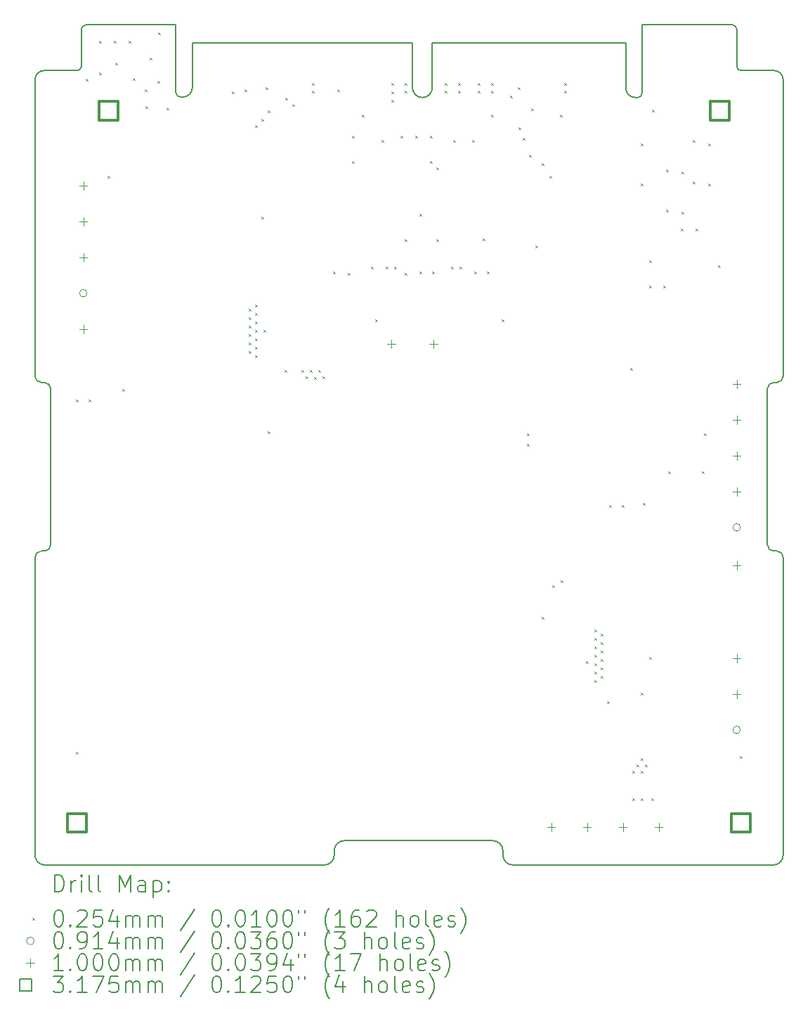
<source format=gbr>
%TF.GenerationSoftware,KiCad,Pcbnew,7.0.1*%
%TF.CreationDate,2023-06-21T18:56:20-04:00*%
%TF.ProjectId,payload-interface-board,7061796c-6f61-4642-9d69-6e7465726661,B*%
%TF.SameCoordinates,Original*%
%TF.FileFunction,Drillmap*%
%TF.FilePolarity,Positive*%
%FSLAX45Y45*%
G04 Gerber Fmt 4.5, Leading zero omitted, Abs format (unit mm)*
G04 Created by KiCad (PCBNEW 7.0.1) date 2023-06-21 18:56:20*
%MOMM*%
%LPD*%
G01*
G04 APERTURE LIST*
%ADD10C,0.200000*%
%ADD11C,0.025400*%
%ADD12C,0.091440*%
%ADD13C,0.100000*%
%ADD14C,0.317500*%
G04 APERTURE END LIST*
D10*
X4015000Y-10649820D02*
G75*
G03*
X4091200Y-10726020I76200J0D01*
G01*
X11333378Y-6628718D02*
X11333378Y-6420548D01*
X4205500Y-12679280D02*
X4205500Y-10802220D01*
X7502420Y-16535000D02*
G75*
G03*
X7621800Y-16415620I0J119380D01*
G01*
X5165381Y-6422416D02*
X5635375Y-6422416D01*
X4091200Y-10726020D02*
X4129300Y-10726020D01*
X12917700Y-10726020D02*
X12955800Y-10726020D01*
X12912620Y-16535000D02*
G75*
G03*
X13032000Y-16415620I0J119380D01*
G01*
X4125045Y-6970750D02*
X4525045Y-6970750D01*
X5713377Y-7233713D02*
G75*
G03*
X5770884Y-7291213I57493J-7D01*
G01*
X9653800Y-16362280D02*
G75*
G03*
X9534420Y-16242900I-119380J0D01*
G01*
X8803382Y-6638715D02*
X11133382Y-6638715D01*
X11333378Y-6420548D02*
X12416509Y-6420548D01*
X4525045Y-6970750D02*
G75*
G03*
X4573360Y-6922434I-5J48320D01*
G01*
X12955800Y-10726020D02*
G75*
G03*
X13032000Y-10649820I0J76200D01*
G01*
X11253382Y-7296216D02*
X11275881Y-7296216D01*
X11133384Y-7176217D02*
G75*
G03*
X11253382Y-7296216I119996J-3D01*
G01*
X12917700Y-10726020D02*
G75*
G03*
X12841500Y-10802220I0J-76200D01*
G01*
X12521713Y-6970750D02*
X12921712Y-6970750D01*
X7621800Y-16415620D02*
X7621800Y-16362280D01*
X4015000Y-10649820D02*
X4015000Y-7080794D01*
X4573360Y-6922434D02*
X4573379Y-6479917D01*
X5793383Y-7291212D02*
G75*
G03*
X5913382Y-7171214I-3J120002D01*
G01*
X13032000Y-7081037D02*
G75*
G03*
X12921712Y-6970750I-110290J-3D01*
G01*
X4091200Y-12755480D02*
G75*
G03*
X4015000Y-12831680I0J-76200D01*
G01*
X4091200Y-12755480D02*
X4129300Y-12755480D01*
X13032000Y-16415620D02*
X13032000Y-12831680D01*
X12473378Y-6922415D02*
X12473378Y-6477417D01*
X12841500Y-12679280D02*
X12841500Y-10802220D01*
X12473380Y-6922415D02*
G75*
G03*
X12521713Y-6970750I48330J-5D01*
G01*
X5713380Y-6623715D02*
X5713380Y-6422417D01*
X4014999Y-16408000D02*
X4015000Y-12831680D01*
X8563383Y-7176215D02*
X8563383Y-6638716D01*
X9653800Y-16415620D02*
G75*
G03*
X9773180Y-16535000I119380J0D01*
G01*
X9773180Y-16535000D02*
X12912620Y-16535000D01*
X12917700Y-12755480D02*
X12955800Y-12755480D01*
X5913382Y-6638715D02*
X8563382Y-6638715D01*
X11275881Y-7296211D02*
G75*
G03*
X11333381Y-7238716I9J57491D01*
G01*
X7741180Y-16242900D02*
X9534420Y-16242900D01*
X4129300Y-12755480D02*
G75*
G03*
X4205500Y-12679280I0J76200D01*
G01*
X12841500Y-12679280D02*
G75*
G03*
X12917700Y-12755480I76200J0D01*
G01*
X8803381Y-7176215D02*
X8803381Y-6638716D01*
X11333381Y-7238716D02*
X11333381Y-6628716D01*
X5713384Y-7233713D02*
X5713384Y-6623713D01*
X5770884Y-7291213D02*
X5793383Y-7291213D01*
X4630880Y-6422416D02*
X5165381Y-6422416D01*
X4125045Y-6970750D02*
G75*
G03*
X4015000Y-7080794I-5J-110040D01*
G01*
X7741180Y-16242900D02*
G75*
G03*
X7621800Y-16362280I0J-119380D01*
G01*
X4630880Y-6422419D02*
G75*
G03*
X4573379Y-6479917I0J-57501D01*
G01*
X4205500Y-10802220D02*
G75*
G03*
X4129300Y-10726020I-76200J0D01*
G01*
X4126760Y-16534999D02*
X7502420Y-16535000D01*
X4015000Y-16408000D02*
G75*
G03*
X4126760Y-16535000I119380J-7620D01*
G01*
X8563379Y-7176215D02*
G75*
G03*
X8803381Y-7176217I120001J-5D01*
G01*
X5635375Y-6422417D02*
X5713380Y-6422417D01*
X13032000Y-12831680D02*
G75*
G03*
X12955800Y-12755480I-76200J0D01*
G01*
X5913382Y-7171212D02*
X5913382Y-6638715D01*
X11133383Y-7176215D02*
X11133383Y-6638716D01*
X9653800Y-16415620D02*
X9653800Y-16362280D01*
X12473372Y-6477417D02*
G75*
G03*
X12416509Y-6420548I-56862J7D01*
G01*
X13032000Y-10649820D02*
X13032000Y-7081037D01*
D11*
X4508500Y-10929700D02*
X4533900Y-10955100D01*
X4533900Y-10929700D02*
X4508500Y-10955100D01*
X4508500Y-15176500D02*
X4533900Y-15201900D01*
X4533900Y-15176500D02*
X4508500Y-15201900D01*
X4622800Y-7073900D02*
X4648200Y-7099300D01*
X4648200Y-7073900D02*
X4622800Y-7099300D01*
X4660900Y-10934700D02*
X4686300Y-10960100D01*
X4686300Y-10934700D02*
X4660900Y-10960100D01*
X4788100Y-6616700D02*
X4813500Y-6642100D01*
X4813500Y-6616700D02*
X4788100Y-6642100D01*
X4788449Y-6997700D02*
X4813849Y-7023100D01*
X4813849Y-6997700D02*
X4788449Y-7023100D01*
X4889500Y-8242300D02*
X4914900Y-8267700D01*
X4914900Y-8242300D02*
X4889500Y-8267700D01*
X4965129Y-6615371D02*
X4990529Y-6640771D01*
X4990529Y-6615371D02*
X4965129Y-6640771D01*
X4984772Y-6877621D02*
X5010172Y-6903021D01*
X5010172Y-6877621D02*
X4984772Y-6903021D01*
X5067300Y-10807700D02*
X5092700Y-10833100D01*
X5092700Y-10807700D02*
X5067300Y-10833100D01*
X5143500Y-6616700D02*
X5168900Y-6642100D01*
X5168900Y-6616700D02*
X5143500Y-6642100D01*
X5194300Y-7061200D02*
X5219700Y-7086600D01*
X5219700Y-7061200D02*
X5194300Y-7086600D01*
X5334000Y-7200900D02*
X5359400Y-7226300D01*
X5359400Y-7200900D02*
X5334000Y-7226300D01*
X5346700Y-7404100D02*
X5372100Y-7429500D01*
X5372100Y-7404100D02*
X5346700Y-7429500D01*
X5397500Y-6819900D02*
X5422900Y-6845300D01*
X5422900Y-6819900D02*
X5397500Y-6845300D01*
X5486400Y-7099300D02*
X5511800Y-7124700D01*
X5511800Y-7099300D02*
X5486400Y-7124700D01*
X5499100Y-6515100D02*
X5524500Y-6540500D01*
X5524500Y-6515100D02*
X5499100Y-6540500D01*
X5600700Y-7416550D02*
X5626100Y-7441950D01*
X5626100Y-7416550D02*
X5600700Y-7441950D01*
X6388100Y-7226300D02*
X6413500Y-7251700D01*
X6413500Y-7226300D02*
X6388100Y-7251700D01*
X6540500Y-7200900D02*
X6565900Y-7226300D01*
X6565900Y-7200900D02*
X6540500Y-7226300D01*
X6591300Y-9842500D02*
X6616700Y-9867900D01*
X6616700Y-9842500D02*
X6591300Y-9867900D01*
X6591300Y-9944100D02*
X6616700Y-9969500D01*
X6616700Y-9944100D02*
X6591300Y-9969500D01*
X6591300Y-10045700D02*
X6616700Y-10071100D01*
X6616700Y-10045700D02*
X6591300Y-10071100D01*
X6591300Y-10147300D02*
X6616700Y-10172700D01*
X6616700Y-10147300D02*
X6591300Y-10172700D01*
X6591300Y-10248900D02*
X6616700Y-10274300D01*
X6616700Y-10248900D02*
X6591300Y-10274300D01*
X6591300Y-10350500D02*
X6616700Y-10375900D01*
X6616700Y-10350500D02*
X6591300Y-10375900D01*
X6667500Y-7632700D02*
X6692900Y-7658100D01*
X6692900Y-7632700D02*
X6667500Y-7658100D01*
X6667500Y-9791700D02*
X6692900Y-9817100D01*
X6692900Y-9791700D02*
X6667500Y-9817100D01*
X6667500Y-9893300D02*
X6692900Y-9918700D01*
X6692900Y-9893300D02*
X6667500Y-9918700D01*
X6667500Y-9994900D02*
X6692900Y-10020300D01*
X6692900Y-9994900D02*
X6667500Y-10020300D01*
X6667500Y-10096500D02*
X6692900Y-10121900D01*
X6692900Y-10096500D02*
X6667500Y-10121900D01*
X6667500Y-10198100D02*
X6692900Y-10223500D01*
X6692900Y-10198100D02*
X6667500Y-10223500D01*
X6667500Y-10299700D02*
X6692900Y-10325100D01*
X6692900Y-10299700D02*
X6667500Y-10325100D01*
X6667500Y-10401300D02*
X6692900Y-10426700D01*
X6692900Y-10401300D02*
X6667500Y-10426700D01*
X6743700Y-7556500D02*
X6769100Y-7581900D01*
X6769100Y-7556500D02*
X6743700Y-7581900D01*
X6743700Y-8729900D02*
X6769100Y-8755300D01*
X6769100Y-8729900D02*
X6743700Y-8755300D01*
X6769100Y-10089687D02*
X6794500Y-10115087D01*
X6794500Y-10089687D02*
X6769100Y-10115087D01*
X6794500Y-7175500D02*
X6819900Y-7200900D01*
X6819900Y-7175500D02*
X6794500Y-7200900D01*
X6819900Y-7454900D02*
X6845300Y-7480300D01*
X6845300Y-7454900D02*
X6819900Y-7480300D01*
X6819900Y-11315700D02*
X6845300Y-11341100D01*
X6845300Y-11315700D02*
X6819900Y-11341100D01*
X7023100Y-10579100D02*
X7048500Y-10604500D01*
X7048500Y-10579100D02*
X7023100Y-10604500D01*
X7030684Y-7302500D02*
X7056084Y-7327900D01*
X7056084Y-7302500D02*
X7030684Y-7327900D01*
X7112000Y-7378700D02*
X7137400Y-7404100D01*
X7137400Y-7378700D02*
X7112000Y-7404100D01*
X7226300Y-10579100D02*
X7251700Y-10604500D01*
X7251700Y-10579100D02*
X7226300Y-10604500D01*
X7277100Y-10655300D02*
X7302500Y-10680700D01*
X7302500Y-10655300D02*
X7277100Y-10680700D01*
X7327900Y-10579100D02*
X7353300Y-10604500D01*
X7353300Y-10579100D02*
X7327900Y-10604500D01*
X7350684Y-7124701D02*
X7376084Y-7150101D01*
X7376084Y-7124701D02*
X7350684Y-7150101D01*
X7350684Y-7215683D02*
X7376084Y-7241083D01*
X7376084Y-7215683D02*
X7350684Y-7241083D01*
X7378152Y-10656074D02*
X7403552Y-10681474D01*
X7403552Y-10656074D02*
X7378152Y-10681474D01*
X7429500Y-10579100D02*
X7454900Y-10604500D01*
X7454900Y-10579100D02*
X7429500Y-10604500D01*
X7480300Y-10655300D02*
X7505700Y-10680700D01*
X7505700Y-10655300D02*
X7480300Y-10680700D01*
X7607300Y-9390300D02*
X7632700Y-9415700D01*
X7632700Y-9390300D02*
X7607300Y-9415700D01*
X7658100Y-7200900D02*
X7683500Y-7226300D01*
X7683500Y-7200900D02*
X7658100Y-7226300D01*
X7785100Y-9410700D02*
X7810500Y-9436100D01*
X7810500Y-9410700D02*
X7785100Y-9436100D01*
X7835900Y-7759700D02*
X7861300Y-7785100D01*
X7861300Y-7759700D02*
X7835900Y-7785100D01*
X7835900Y-8064500D02*
X7861300Y-8089900D01*
X7861300Y-8064500D02*
X7835900Y-8089900D01*
X7950200Y-7505700D02*
X7975600Y-7531100D01*
X7975600Y-7505700D02*
X7950200Y-7531100D01*
X8064500Y-9334500D02*
X8089900Y-9359900D01*
X8089900Y-9334500D02*
X8064500Y-9359900D01*
X8115300Y-9969500D02*
X8140700Y-9994900D01*
X8140700Y-9969500D02*
X8115300Y-9994900D01*
X8191500Y-7810500D02*
X8216900Y-7835900D01*
X8216900Y-7810500D02*
X8191500Y-7835900D01*
X8242300Y-9334500D02*
X8267700Y-9359900D01*
X8267700Y-9334500D02*
X8242300Y-9359900D01*
X8310682Y-7124700D02*
X8336082Y-7150100D01*
X8336082Y-7124700D02*
X8310682Y-7150100D01*
X8310682Y-7220682D02*
X8336082Y-7246082D01*
X8336082Y-7220682D02*
X8310682Y-7246082D01*
X8310682Y-7327900D02*
X8336082Y-7353300D01*
X8336082Y-7327900D02*
X8310682Y-7353300D01*
X8343900Y-9334500D02*
X8369300Y-9359900D01*
X8369300Y-9334500D02*
X8343900Y-9359900D01*
X8420100Y-7754700D02*
X8445500Y-7780100D01*
X8445500Y-7754700D02*
X8420100Y-7780100D01*
X8470682Y-7124700D02*
X8496082Y-7150100D01*
X8496082Y-7124700D02*
X8470682Y-7150100D01*
X8470682Y-7215682D02*
X8496082Y-7241082D01*
X8496082Y-7215682D02*
X8470682Y-7241082D01*
X8470900Y-9004300D02*
X8496300Y-9029700D01*
X8496300Y-9004300D02*
X8470900Y-9029700D01*
X8470900Y-9410700D02*
X8496300Y-9436100D01*
X8496300Y-9410700D02*
X8470900Y-9436100D01*
X8597900Y-7754700D02*
X8623300Y-7780100D01*
X8623300Y-7754700D02*
X8597900Y-7780100D01*
X8648700Y-8699500D02*
X8674100Y-8724900D01*
X8674100Y-8699500D02*
X8648700Y-8724900D01*
X8648700Y-9390300D02*
X8674100Y-9415700D01*
X8674100Y-9390300D02*
X8648700Y-9415700D01*
X8775700Y-7759700D02*
X8801100Y-7785100D01*
X8801100Y-7759700D02*
X8775700Y-7785100D01*
X8775700Y-8064500D02*
X8801100Y-8089900D01*
X8801100Y-8064500D02*
X8775700Y-8089900D01*
X8801100Y-9390300D02*
X8826500Y-9415700D01*
X8826500Y-9390300D02*
X8801100Y-9415700D01*
X8851900Y-8140700D02*
X8877300Y-8166100D01*
X8877300Y-8140700D02*
X8851900Y-8166100D01*
X8851900Y-9004300D02*
X8877300Y-9029700D01*
X8877300Y-9004300D02*
X8851900Y-9029700D01*
X8950684Y-7124701D02*
X8976084Y-7150101D01*
X8976084Y-7124701D02*
X8950684Y-7150101D01*
X8950684Y-7215683D02*
X8976084Y-7241083D01*
X8976084Y-7215683D02*
X8950684Y-7241083D01*
X9029700Y-9334500D02*
X9055100Y-9359900D01*
X9055100Y-9334500D02*
X9029700Y-9359900D01*
X9055100Y-7810500D02*
X9080500Y-7835900D01*
X9080500Y-7810500D02*
X9055100Y-7835900D01*
X9110684Y-7124701D02*
X9136084Y-7150101D01*
X9136084Y-7124701D02*
X9110684Y-7150101D01*
X9110684Y-7215683D02*
X9136084Y-7241083D01*
X9136084Y-7215683D02*
X9110684Y-7241083D01*
X9131300Y-9334500D02*
X9156700Y-9359900D01*
X9156700Y-9334500D02*
X9131300Y-9359900D01*
X9283700Y-7809700D02*
X9309100Y-7835100D01*
X9309100Y-7809700D02*
X9283700Y-7835100D01*
X9309100Y-9390300D02*
X9334500Y-9415700D01*
X9334500Y-9390300D02*
X9309100Y-9415700D01*
X9350684Y-7124701D02*
X9376084Y-7150101D01*
X9376084Y-7124701D02*
X9350684Y-7150101D01*
X9350684Y-7215683D02*
X9376084Y-7241083D01*
X9376084Y-7215683D02*
X9350684Y-7241083D01*
X9410700Y-8991650D02*
X9436100Y-9017050D01*
X9436100Y-8991650D02*
X9410700Y-9017050D01*
X9461500Y-9390300D02*
X9486900Y-9415700D01*
X9486900Y-9390300D02*
X9461500Y-9415700D01*
X9510684Y-7124701D02*
X9536084Y-7150101D01*
X9536084Y-7124701D02*
X9510684Y-7150101D01*
X9510684Y-7215683D02*
X9536084Y-7241083D01*
X9536084Y-7215683D02*
X9510684Y-7241083D01*
X9512300Y-7505700D02*
X9537700Y-7531100D01*
X9537700Y-7505700D02*
X9512300Y-7531100D01*
X9639300Y-9969500D02*
X9664700Y-9994900D01*
X9664700Y-9969500D02*
X9639300Y-9994900D01*
X9740900Y-7277100D02*
X9766300Y-7302500D01*
X9766300Y-7277100D02*
X9740900Y-7302500D01*
X9830684Y-7175500D02*
X9856084Y-7200900D01*
X9856084Y-7175500D02*
X9830684Y-7200900D01*
X9842500Y-7658100D02*
X9867900Y-7683500D01*
X9867900Y-7658100D02*
X9842500Y-7683500D01*
X9893300Y-7785100D02*
X9918700Y-7810500D01*
X9918700Y-7785100D02*
X9893300Y-7810500D01*
X9944100Y-11341100D02*
X9969500Y-11366500D01*
X9969500Y-11341100D02*
X9944100Y-11366500D01*
X9944100Y-11468100D02*
X9969500Y-11493500D01*
X9969500Y-11468100D02*
X9944100Y-11493500D01*
X9969500Y-7988300D02*
X9994900Y-8013700D01*
X9994900Y-7988300D02*
X9969500Y-8013700D01*
X9990684Y-7429500D02*
X10016084Y-7454900D01*
X10016084Y-7429500D02*
X9990684Y-7454900D01*
X10045700Y-9080500D02*
X10071100Y-9105900D01*
X10071100Y-9080500D02*
X10045700Y-9105900D01*
X10121900Y-8089900D02*
X10147300Y-8115300D01*
X10147300Y-8089900D02*
X10121900Y-8115300D01*
X10121900Y-13550900D02*
X10147300Y-13576300D01*
X10147300Y-13550900D02*
X10121900Y-13576300D01*
X10211050Y-8242300D02*
X10236450Y-8267700D01*
X10236450Y-8242300D02*
X10211050Y-8267700D01*
X10248900Y-13169900D02*
X10274300Y-13195300D01*
X10274300Y-13169900D02*
X10248900Y-13195300D01*
X10337800Y-7505700D02*
X10363200Y-7531100D01*
X10363200Y-7505700D02*
X10337800Y-7531100D01*
X10350500Y-13107900D02*
X10375900Y-13133300D01*
X10375900Y-13107900D02*
X10350500Y-13133300D01*
X10390682Y-7124700D02*
X10416082Y-7150100D01*
X10416082Y-7124700D02*
X10390682Y-7150100D01*
X10390682Y-7215682D02*
X10416082Y-7241082D01*
X10416082Y-7215682D02*
X10390682Y-7241082D01*
X10655300Y-14084002D02*
X10680700Y-14109402D01*
X10680700Y-14084002D02*
X10655300Y-14109402D01*
X10756900Y-13703300D02*
X10782300Y-13728700D01*
X10782300Y-13703300D02*
X10756900Y-13728700D01*
X10756900Y-13804900D02*
X10782300Y-13830300D01*
X10782300Y-13804900D02*
X10756900Y-13830300D01*
X10756900Y-13906500D02*
X10782300Y-13931900D01*
X10782300Y-13906500D02*
X10756900Y-13931900D01*
X10756900Y-14008100D02*
X10782300Y-14033500D01*
X10782300Y-14008100D02*
X10756900Y-14033500D01*
X10756900Y-14109700D02*
X10782300Y-14135100D01*
X10782300Y-14109700D02*
X10756900Y-14135100D01*
X10756900Y-14211300D02*
X10782300Y-14236700D01*
X10782300Y-14211300D02*
X10756900Y-14236700D01*
X10756900Y-14312900D02*
X10782300Y-14338300D01*
X10782300Y-14312900D02*
X10756900Y-14338300D01*
X10833100Y-13754100D02*
X10858500Y-13779500D01*
X10858500Y-13754100D02*
X10833100Y-13779500D01*
X10833100Y-13855700D02*
X10858500Y-13881100D01*
X10858500Y-13855700D02*
X10833100Y-13881100D01*
X10833100Y-13957300D02*
X10858500Y-13982700D01*
X10858500Y-13957300D02*
X10833100Y-13982700D01*
X10833100Y-14058900D02*
X10858500Y-14084300D01*
X10858500Y-14058900D02*
X10833100Y-14084300D01*
X10833100Y-14160500D02*
X10858500Y-14185900D01*
X10858500Y-14160500D02*
X10833100Y-14185900D01*
X10833100Y-14262100D02*
X10858500Y-14287500D01*
X10858500Y-14262100D02*
X10833100Y-14287500D01*
X10909300Y-14566900D02*
X10934700Y-14592300D01*
X10934700Y-14566900D02*
X10909300Y-14592300D01*
X10934700Y-12204700D02*
X10960100Y-12230100D01*
X10960100Y-12204700D02*
X10934700Y-12230100D01*
X11087100Y-12204700D02*
X11112500Y-12230100D01*
X11112500Y-12204700D02*
X11087100Y-12230100D01*
X11188700Y-10553700D02*
X11214100Y-10579100D01*
X11214100Y-10553700D02*
X11188700Y-10579100D01*
X11214100Y-15405100D02*
X11239500Y-15430500D01*
X11239500Y-15405100D02*
X11214100Y-15430500D01*
X11214100Y-15735300D02*
X11239500Y-15760700D01*
X11239500Y-15735300D02*
X11214100Y-15760700D01*
X11264900Y-15328900D02*
X11290300Y-15354300D01*
X11290300Y-15328900D02*
X11264900Y-15354300D01*
X11315700Y-7850000D02*
X11341100Y-7875400D01*
X11341100Y-7850000D02*
X11315700Y-7875400D01*
X11315700Y-8332600D02*
X11341100Y-8358000D01*
X11341100Y-8332600D02*
X11315700Y-8358000D01*
X11315700Y-14465300D02*
X11341100Y-14490700D01*
X11341100Y-14465300D02*
X11315700Y-14490700D01*
X11315700Y-15252700D02*
X11341100Y-15278100D01*
X11341100Y-15252700D02*
X11315700Y-15278100D01*
X11315700Y-15405100D02*
X11341100Y-15430500D01*
X11341100Y-15405100D02*
X11315700Y-15430500D01*
X11315700Y-15735300D02*
X11341100Y-15760700D01*
X11341100Y-15735300D02*
X11315700Y-15760700D01*
X11341100Y-12179300D02*
X11366500Y-12204700D01*
X11366500Y-12179300D02*
X11341100Y-12204700D01*
X11366500Y-15328900D02*
X11391900Y-15354300D01*
X11391900Y-15328900D02*
X11366500Y-15354300D01*
X11417300Y-9258300D02*
X11442700Y-9283700D01*
X11442700Y-9258300D02*
X11417300Y-9283700D01*
X11417300Y-9563100D02*
X11442700Y-9588500D01*
X11442700Y-9563100D02*
X11417300Y-9588500D01*
X11417300Y-14033500D02*
X11442700Y-14058900D01*
X11442700Y-14033500D02*
X11417300Y-14058900D01*
X11442700Y-15735300D02*
X11468100Y-15760700D01*
X11468100Y-15735300D02*
X11442700Y-15760700D01*
X11454100Y-7440900D02*
X11479500Y-7466300D01*
X11479500Y-7440900D02*
X11454100Y-7466300D01*
X11582350Y-9563100D02*
X11607750Y-9588500D01*
X11607750Y-9563100D02*
X11582350Y-9588500D01*
X11620500Y-8642400D02*
X11645900Y-8667800D01*
X11645900Y-8642400D02*
X11620500Y-8667800D01*
X11620500Y-8159800D02*
X11645900Y-8185200D01*
X11645900Y-8159800D02*
X11620500Y-8185200D01*
X11645900Y-11798300D02*
X11671300Y-11823700D01*
X11671300Y-11798300D02*
X11645900Y-11823700D01*
X11798300Y-8872300D02*
X11823700Y-8897700D01*
X11823700Y-8872300D02*
X11798300Y-8897700D01*
X11809500Y-8191500D02*
X11834900Y-8216900D01*
X11834900Y-8191500D02*
X11809500Y-8216900D01*
X11809500Y-8674100D02*
X11834900Y-8699500D01*
X11834900Y-8674100D02*
X11809500Y-8699500D01*
X11939500Y-7810500D02*
X11964900Y-7835900D01*
X11964900Y-7810500D02*
X11939500Y-7835900D01*
X11939500Y-8305900D02*
X11964900Y-8331300D01*
X11964900Y-8305900D02*
X11939500Y-8331300D01*
X11976100Y-8872300D02*
X12001500Y-8897700D01*
X12001500Y-8872300D02*
X11976100Y-8897700D01*
X12052300Y-11798300D02*
X12077700Y-11823700D01*
X12077700Y-11798300D02*
X12052300Y-11823700D01*
X12077700Y-11341100D02*
X12103100Y-11366500D01*
X12103100Y-11341100D02*
X12077700Y-11366500D01*
X12128500Y-7850000D02*
X12153900Y-7875400D01*
X12153900Y-7850000D02*
X12128500Y-7875400D01*
X12128500Y-8332600D02*
X12153900Y-8358000D01*
X12153900Y-8332600D02*
X12128500Y-8358000D01*
X12245390Y-9313200D02*
X12270790Y-9338600D01*
X12270790Y-9313200D02*
X12245390Y-9338600D01*
X12509500Y-15227300D02*
X12534900Y-15252700D01*
X12534900Y-15227300D02*
X12509500Y-15252700D01*
D12*
X4643120Y-9652000D02*
G75*
G03*
X4643120Y-9652000I-45720J0D01*
G01*
X12517120Y-12471400D02*
G75*
G03*
X12517120Y-12471400I-45720J0D01*
G01*
X12517120Y-14909800D02*
G75*
G03*
X12517120Y-14909800I-45720J0D01*
G01*
D13*
X4597400Y-8306600D02*
X4597400Y-8406600D01*
X4547400Y-8356600D02*
X4647400Y-8356600D01*
X4597400Y-8738400D02*
X4597400Y-8838400D01*
X4547400Y-8788400D02*
X4647400Y-8788400D01*
X4597400Y-9170200D02*
X4597400Y-9270200D01*
X4547400Y-9220200D02*
X4647400Y-9220200D01*
X4597400Y-10033800D02*
X4597400Y-10133800D01*
X4547400Y-10083800D02*
X4647400Y-10083800D01*
X8312100Y-10211600D02*
X8312100Y-10311600D01*
X8262100Y-10261600D02*
X8362100Y-10261600D01*
X8820100Y-10211600D02*
X8820100Y-10311600D01*
X8770100Y-10261600D02*
X8870100Y-10261600D01*
X10236200Y-16028200D02*
X10236200Y-16128200D01*
X10186200Y-16078200D02*
X10286200Y-16078200D01*
X10668000Y-16028200D02*
X10668000Y-16128200D01*
X10618000Y-16078200D02*
X10718000Y-16078200D01*
X11099800Y-16028200D02*
X11099800Y-16128200D01*
X11049800Y-16078200D02*
X11149800Y-16078200D01*
X11531600Y-16028200D02*
X11531600Y-16128200D01*
X11481600Y-16078200D02*
X11581600Y-16078200D01*
X12471400Y-10694200D02*
X12471400Y-10794200D01*
X12421400Y-10744200D02*
X12521400Y-10744200D01*
X12471400Y-11126000D02*
X12471400Y-11226000D01*
X12421400Y-11176000D02*
X12521400Y-11176000D01*
X12471400Y-11557800D02*
X12471400Y-11657800D01*
X12421400Y-11607800D02*
X12521400Y-11607800D01*
X12471400Y-11989600D02*
X12471400Y-12089600D01*
X12421400Y-12039600D02*
X12521400Y-12039600D01*
X12471400Y-12878600D02*
X12471400Y-12978600D01*
X12421400Y-12928600D02*
X12521400Y-12928600D01*
X12471400Y-13996200D02*
X12471400Y-14096200D01*
X12421400Y-14046200D02*
X12521400Y-14046200D01*
X12471400Y-14428000D02*
X12471400Y-14528000D01*
X12421400Y-14478000D02*
X12521400Y-14478000D01*
D14*
X4633454Y-16139654D02*
X4633454Y-15915146D01*
X4408946Y-15915146D01*
X4408946Y-16139654D01*
X4633454Y-16139654D01*
X5014454Y-7567154D02*
X5014454Y-7342646D01*
X4789946Y-7342646D01*
X4789946Y-7567154D01*
X5014454Y-7567154D01*
X12380454Y-7567154D02*
X12380454Y-7342646D01*
X12155946Y-7342646D01*
X12155946Y-7567154D01*
X12380454Y-7567154D01*
X12634454Y-16139654D02*
X12634454Y-15915146D01*
X12409946Y-15915146D01*
X12409946Y-16139654D01*
X12634454Y-16139654D01*
D10*
X4252376Y-16857524D02*
X4252376Y-16657524D01*
X4252376Y-16657524D02*
X4299995Y-16657524D01*
X4299995Y-16657524D02*
X4328567Y-16667047D01*
X4328567Y-16667047D02*
X4347614Y-16686095D01*
X4347614Y-16686095D02*
X4357138Y-16705143D01*
X4357138Y-16705143D02*
X4366662Y-16743238D01*
X4366662Y-16743238D02*
X4366662Y-16771809D01*
X4366662Y-16771809D02*
X4357138Y-16809905D01*
X4357138Y-16809905D02*
X4347614Y-16828952D01*
X4347614Y-16828952D02*
X4328567Y-16848000D01*
X4328567Y-16848000D02*
X4299995Y-16857524D01*
X4299995Y-16857524D02*
X4252376Y-16857524D01*
X4452376Y-16857524D02*
X4452376Y-16724190D01*
X4452376Y-16762285D02*
X4461900Y-16743238D01*
X4461900Y-16743238D02*
X4471424Y-16733714D01*
X4471424Y-16733714D02*
X4490472Y-16724190D01*
X4490472Y-16724190D02*
X4509519Y-16724190D01*
X4576186Y-16857524D02*
X4576186Y-16724190D01*
X4576186Y-16657524D02*
X4566662Y-16667047D01*
X4566662Y-16667047D02*
X4576186Y-16676571D01*
X4576186Y-16676571D02*
X4585710Y-16667047D01*
X4585710Y-16667047D02*
X4576186Y-16657524D01*
X4576186Y-16657524D02*
X4576186Y-16676571D01*
X4699995Y-16857524D02*
X4680948Y-16848000D01*
X4680948Y-16848000D02*
X4671424Y-16828952D01*
X4671424Y-16828952D02*
X4671424Y-16657524D01*
X4804757Y-16857524D02*
X4785710Y-16848000D01*
X4785710Y-16848000D02*
X4776186Y-16828952D01*
X4776186Y-16828952D02*
X4776186Y-16657524D01*
X5033329Y-16857524D02*
X5033329Y-16657524D01*
X5033329Y-16657524D02*
X5099995Y-16800381D01*
X5099995Y-16800381D02*
X5166662Y-16657524D01*
X5166662Y-16657524D02*
X5166662Y-16857524D01*
X5347614Y-16857524D02*
X5347614Y-16752762D01*
X5347614Y-16752762D02*
X5338091Y-16733714D01*
X5338091Y-16733714D02*
X5319043Y-16724190D01*
X5319043Y-16724190D02*
X5280948Y-16724190D01*
X5280948Y-16724190D02*
X5261900Y-16733714D01*
X5347614Y-16848000D02*
X5328567Y-16857524D01*
X5328567Y-16857524D02*
X5280948Y-16857524D01*
X5280948Y-16857524D02*
X5261900Y-16848000D01*
X5261900Y-16848000D02*
X5252376Y-16828952D01*
X5252376Y-16828952D02*
X5252376Y-16809905D01*
X5252376Y-16809905D02*
X5261900Y-16790857D01*
X5261900Y-16790857D02*
X5280948Y-16781333D01*
X5280948Y-16781333D02*
X5328567Y-16781333D01*
X5328567Y-16781333D02*
X5347614Y-16771809D01*
X5442853Y-16724190D02*
X5442853Y-16924190D01*
X5442853Y-16733714D02*
X5461900Y-16724190D01*
X5461900Y-16724190D02*
X5499995Y-16724190D01*
X5499995Y-16724190D02*
X5519043Y-16733714D01*
X5519043Y-16733714D02*
X5528567Y-16743238D01*
X5528567Y-16743238D02*
X5538091Y-16762285D01*
X5538091Y-16762285D02*
X5538091Y-16819428D01*
X5538091Y-16819428D02*
X5528567Y-16838476D01*
X5528567Y-16838476D02*
X5519043Y-16848000D01*
X5519043Y-16848000D02*
X5499995Y-16857524D01*
X5499995Y-16857524D02*
X5461900Y-16857524D01*
X5461900Y-16857524D02*
X5442853Y-16848000D01*
X5623805Y-16838476D02*
X5633329Y-16848000D01*
X5633329Y-16848000D02*
X5623805Y-16857524D01*
X5623805Y-16857524D02*
X5614281Y-16848000D01*
X5614281Y-16848000D02*
X5623805Y-16838476D01*
X5623805Y-16838476D02*
X5623805Y-16857524D01*
X5623805Y-16733714D02*
X5633329Y-16743238D01*
X5633329Y-16743238D02*
X5623805Y-16752762D01*
X5623805Y-16752762D02*
X5614281Y-16743238D01*
X5614281Y-16743238D02*
X5623805Y-16733714D01*
X5623805Y-16733714D02*
X5623805Y-16752762D01*
D11*
X3979357Y-17172300D02*
X4004757Y-17197700D01*
X4004757Y-17172300D02*
X3979357Y-17197700D01*
D10*
X4290472Y-17077524D02*
X4309519Y-17077524D01*
X4309519Y-17077524D02*
X4328567Y-17087047D01*
X4328567Y-17087047D02*
X4338091Y-17096571D01*
X4338091Y-17096571D02*
X4347614Y-17115619D01*
X4347614Y-17115619D02*
X4357138Y-17153714D01*
X4357138Y-17153714D02*
X4357138Y-17201333D01*
X4357138Y-17201333D02*
X4347614Y-17239428D01*
X4347614Y-17239428D02*
X4338091Y-17258476D01*
X4338091Y-17258476D02*
X4328567Y-17268000D01*
X4328567Y-17268000D02*
X4309519Y-17277524D01*
X4309519Y-17277524D02*
X4290472Y-17277524D01*
X4290472Y-17277524D02*
X4271424Y-17268000D01*
X4271424Y-17268000D02*
X4261900Y-17258476D01*
X4261900Y-17258476D02*
X4252376Y-17239428D01*
X4252376Y-17239428D02*
X4242853Y-17201333D01*
X4242853Y-17201333D02*
X4242853Y-17153714D01*
X4242853Y-17153714D02*
X4252376Y-17115619D01*
X4252376Y-17115619D02*
X4261900Y-17096571D01*
X4261900Y-17096571D02*
X4271424Y-17087047D01*
X4271424Y-17087047D02*
X4290472Y-17077524D01*
X4442853Y-17258476D02*
X4452376Y-17268000D01*
X4452376Y-17268000D02*
X4442853Y-17277524D01*
X4442853Y-17277524D02*
X4433329Y-17268000D01*
X4433329Y-17268000D02*
X4442853Y-17258476D01*
X4442853Y-17258476D02*
X4442853Y-17277524D01*
X4528567Y-17096571D02*
X4538091Y-17087047D01*
X4538091Y-17087047D02*
X4557138Y-17077524D01*
X4557138Y-17077524D02*
X4604757Y-17077524D01*
X4604757Y-17077524D02*
X4623805Y-17087047D01*
X4623805Y-17087047D02*
X4633329Y-17096571D01*
X4633329Y-17096571D02*
X4642853Y-17115619D01*
X4642853Y-17115619D02*
X4642853Y-17134666D01*
X4642853Y-17134666D02*
X4633329Y-17163238D01*
X4633329Y-17163238D02*
X4519043Y-17277524D01*
X4519043Y-17277524D02*
X4642853Y-17277524D01*
X4823805Y-17077524D02*
X4728567Y-17077524D01*
X4728567Y-17077524D02*
X4719043Y-17172762D01*
X4719043Y-17172762D02*
X4728567Y-17163238D01*
X4728567Y-17163238D02*
X4747614Y-17153714D01*
X4747614Y-17153714D02*
X4795234Y-17153714D01*
X4795234Y-17153714D02*
X4814281Y-17163238D01*
X4814281Y-17163238D02*
X4823805Y-17172762D01*
X4823805Y-17172762D02*
X4833329Y-17191809D01*
X4833329Y-17191809D02*
X4833329Y-17239428D01*
X4833329Y-17239428D02*
X4823805Y-17258476D01*
X4823805Y-17258476D02*
X4814281Y-17268000D01*
X4814281Y-17268000D02*
X4795234Y-17277524D01*
X4795234Y-17277524D02*
X4747614Y-17277524D01*
X4747614Y-17277524D02*
X4728567Y-17268000D01*
X4728567Y-17268000D02*
X4719043Y-17258476D01*
X5004757Y-17144190D02*
X5004757Y-17277524D01*
X4957138Y-17068000D02*
X4909519Y-17210857D01*
X4909519Y-17210857D02*
X5033329Y-17210857D01*
X5109519Y-17277524D02*
X5109519Y-17144190D01*
X5109519Y-17163238D02*
X5119043Y-17153714D01*
X5119043Y-17153714D02*
X5138091Y-17144190D01*
X5138091Y-17144190D02*
X5166662Y-17144190D01*
X5166662Y-17144190D02*
X5185710Y-17153714D01*
X5185710Y-17153714D02*
X5195234Y-17172762D01*
X5195234Y-17172762D02*
X5195234Y-17277524D01*
X5195234Y-17172762D02*
X5204757Y-17153714D01*
X5204757Y-17153714D02*
X5223805Y-17144190D01*
X5223805Y-17144190D02*
X5252376Y-17144190D01*
X5252376Y-17144190D02*
X5271424Y-17153714D01*
X5271424Y-17153714D02*
X5280948Y-17172762D01*
X5280948Y-17172762D02*
X5280948Y-17277524D01*
X5376186Y-17277524D02*
X5376186Y-17144190D01*
X5376186Y-17163238D02*
X5385710Y-17153714D01*
X5385710Y-17153714D02*
X5404757Y-17144190D01*
X5404757Y-17144190D02*
X5433329Y-17144190D01*
X5433329Y-17144190D02*
X5452376Y-17153714D01*
X5452376Y-17153714D02*
X5461900Y-17172762D01*
X5461900Y-17172762D02*
X5461900Y-17277524D01*
X5461900Y-17172762D02*
X5471424Y-17153714D01*
X5471424Y-17153714D02*
X5490472Y-17144190D01*
X5490472Y-17144190D02*
X5519043Y-17144190D01*
X5519043Y-17144190D02*
X5538091Y-17153714D01*
X5538091Y-17153714D02*
X5547615Y-17172762D01*
X5547615Y-17172762D02*
X5547615Y-17277524D01*
X5938091Y-17068000D02*
X5766662Y-17325143D01*
X6195234Y-17077524D02*
X6214281Y-17077524D01*
X6214281Y-17077524D02*
X6233329Y-17087047D01*
X6233329Y-17087047D02*
X6242853Y-17096571D01*
X6242853Y-17096571D02*
X6252376Y-17115619D01*
X6252376Y-17115619D02*
X6261900Y-17153714D01*
X6261900Y-17153714D02*
X6261900Y-17201333D01*
X6261900Y-17201333D02*
X6252376Y-17239428D01*
X6252376Y-17239428D02*
X6242853Y-17258476D01*
X6242853Y-17258476D02*
X6233329Y-17268000D01*
X6233329Y-17268000D02*
X6214281Y-17277524D01*
X6214281Y-17277524D02*
X6195234Y-17277524D01*
X6195234Y-17277524D02*
X6176186Y-17268000D01*
X6176186Y-17268000D02*
X6166662Y-17258476D01*
X6166662Y-17258476D02*
X6157138Y-17239428D01*
X6157138Y-17239428D02*
X6147615Y-17201333D01*
X6147615Y-17201333D02*
X6147615Y-17153714D01*
X6147615Y-17153714D02*
X6157138Y-17115619D01*
X6157138Y-17115619D02*
X6166662Y-17096571D01*
X6166662Y-17096571D02*
X6176186Y-17087047D01*
X6176186Y-17087047D02*
X6195234Y-17077524D01*
X6347615Y-17258476D02*
X6357138Y-17268000D01*
X6357138Y-17268000D02*
X6347615Y-17277524D01*
X6347615Y-17277524D02*
X6338091Y-17268000D01*
X6338091Y-17268000D02*
X6347615Y-17258476D01*
X6347615Y-17258476D02*
X6347615Y-17277524D01*
X6480948Y-17077524D02*
X6499996Y-17077524D01*
X6499996Y-17077524D02*
X6519043Y-17087047D01*
X6519043Y-17087047D02*
X6528567Y-17096571D01*
X6528567Y-17096571D02*
X6538091Y-17115619D01*
X6538091Y-17115619D02*
X6547615Y-17153714D01*
X6547615Y-17153714D02*
X6547615Y-17201333D01*
X6547615Y-17201333D02*
X6538091Y-17239428D01*
X6538091Y-17239428D02*
X6528567Y-17258476D01*
X6528567Y-17258476D02*
X6519043Y-17268000D01*
X6519043Y-17268000D02*
X6499996Y-17277524D01*
X6499996Y-17277524D02*
X6480948Y-17277524D01*
X6480948Y-17277524D02*
X6461900Y-17268000D01*
X6461900Y-17268000D02*
X6452376Y-17258476D01*
X6452376Y-17258476D02*
X6442853Y-17239428D01*
X6442853Y-17239428D02*
X6433329Y-17201333D01*
X6433329Y-17201333D02*
X6433329Y-17153714D01*
X6433329Y-17153714D02*
X6442853Y-17115619D01*
X6442853Y-17115619D02*
X6452376Y-17096571D01*
X6452376Y-17096571D02*
X6461900Y-17087047D01*
X6461900Y-17087047D02*
X6480948Y-17077524D01*
X6738091Y-17277524D02*
X6623805Y-17277524D01*
X6680948Y-17277524D02*
X6680948Y-17077524D01*
X6680948Y-17077524D02*
X6661900Y-17106095D01*
X6661900Y-17106095D02*
X6642853Y-17125143D01*
X6642853Y-17125143D02*
X6623805Y-17134666D01*
X6861900Y-17077524D02*
X6880948Y-17077524D01*
X6880948Y-17077524D02*
X6899996Y-17087047D01*
X6899996Y-17087047D02*
X6909519Y-17096571D01*
X6909519Y-17096571D02*
X6919043Y-17115619D01*
X6919043Y-17115619D02*
X6928567Y-17153714D01*
X6928567Y-17153714D02*
X6928567Y-17201333D01*
X6928567Y-17201333D02*
X6919043Y-17239428D01*
X6919043Y-17239428D02*
X6909519Y-17258476D01*
X6909519Y-17258476D02*
X6899996Y-17268000D01*
X6899996Y-17268000D02*
X6880948Y-17277524D01*
X6880948Y-17277524D02*
X6861900Y-17277524D01*
X6861900Y-17277524D02*
X6842853Y-17268000D01*
X6842853Y-17268000D02*
X6833329Y-17258476D01*
X6833329Y-17258476D02*
X6823805Y-17239428D01*
X6823805Y-17239428D02*
X6814281Y-17201333D01*
X6814281Y-17201333D02*
X6814281Y-17153714D01*
X6814281Y-17153714D02*
X6823805Y-17115619D01*
X6823805Y-17115619D02*
X6833329Y-17096571D01*
X6833329Y-17096571D02*
X6842853Y-17087047D01*
X6842853Y-17087047D02*
X6861900Y-17077524D01*
X7052376Y-17077524D02*
X7071424Y-17077524D01*
X7071424Y-17077524D02*
X7090472Y-17087047D01*
X7090472Y-17087047D02*
X7099996Y-17096571D01*
X7099996Y-17096571D02*
X7109519Y-17115619D01*
X7109519Y-17115619D02*
X7119043Y-17153714D01*
X7119043Y-17153714D02*
X7119043Y-17201333D01*
X7119043Y-17201333D02*
X7109519Y-17239428D01*
X7109519Y-17239428D02*
X7099996Y-17258476D01*
X7099996Y-17258476D02*
X7090472Y-17268000D01*
X7090472Y-17268000D02*
X7071424Y-17277524D01*
X7071424Y-17277524D02*
X7052376Y-17277524D01*
X7052376Y-17277524D02*
X7033329Y-17268000D01*
X7033329Y-17268000D02*
X7023805Y-17258476D01*
X7023805Y-17258476D02*
X7014281Y-17239428D01*
X7014281Y-17239428D02*
X7004757Y-17201333D01*
X7004757Y-17201333D02*
X7004757Y-17153714D01*
X7004757Y-17153714D02*
X7014281Y-17115619D01*
X7014281Y-17115619D02*
X7023805Y-17096571D01*
X7023805Y-17096571D02*
X7033329Y-17087047D01*
X7033329Y-17087047D02*
X7052376Y-17077524D01*
X7195234Y-17077524D02*
X7195234Y-17115619D01*
X7271424Y-17077524D02*
X7271424Y-17115619D01*
X7566662Y-17353714D02*
X7557138Y-17344190D01*
X7557138Y-17344190D02*
X7538091Y-17315619D01*
X7538091Y-17315619D02*
X7528567Y-17296571D01*
X7528567Y-17296571D02*
X7519043Y-17268000D01*
X7519043Y-17268000D02*
X7509519Y-17220381D01*
X7509519Y-17220381D02*
X7509519Y-17182286D01*
X7509519Y-17182286D02*
X7519043Y-17134666D01*
X7519043Y-17134666D02*
X7528567Y-17106095D01*
X7528567Y-17106095D02*
X7538091Y-17087047D01*
X7538091Y-17087047D02*
X7557138Y-17058476D01*
X7557138Y-17058476D02*
X7566662Y-17048952D01*
X7747615Y-17277524D02*
X7633329Y-17277524D01*
X7690472Y-17277524D02*
X7690472Y-17077524D01*
X7690472Y-17077524D02*
X7671424Y-17106095D01*
X7671424Y-17106095D02*
X7652377Y-17125143D01*
X7652377Y-17125143D02*
X7633329Y-17134666D01*
X7919043Y-17077524D02*
X7880948Y-17077524D01*
X7880948Y-17077524D02*
X7861900Y-17087047D01*
X7861900Y-17087047D02*
X7852377Y-17096571D01*
X7852377Y-17096571D02*
X7833329Y-17125143D01*
X7833329Y-17125143D02*
X7823805Y-17163238D01*
X7823805Y-17163238D02*
X7823805Y-17239428D01*
X7823805Y-17239428D02*
X7833329Y-17258476D01*
X7833329Y-17258476D02*
X7842853Y-17268000D01*
X7842853Y-17268000D02*
X7861900Y-17277524D01*
X7861900Y-17277524D02*
X7899996Y-17277524D01*
X7899996Y-17277524D02*
X7919043Y-17268000D01*
X7919043Y-17268000D02*
X7928567Y-17258476D01*
X7928567Y-17258476D02*
X7938091Y-17239428D01*
X7938091Y-17239428D02*
X7938091Y-17191809D01*
X7938091Y-17191809D02*
X7928567Y-17172762D01*
X7928567Y-17172762D02*
X7919043Y-17163238D01*
X7919043Y-17163238D02*
X7899996Y-17153714D01*
X7899996Y-17153714D02*
X7861900Y-17153714D01*
X7861900Y-17153714D02*
X7842853Y-17163238D01*
X7842853Y-17163238D02*
X7833329Y-17172762D01*
X7833329Y-17172762D02*
X7823805Y-17191809D01*
X8014281Y-17096571D02*
X8023805Y-17087047D01*
X8023805Y-17087047D02*
X8042853Y-17077524D01*
X8042853Y-17077524D02*
X8090472Y-17077524D01*
X8090472Y-17077524D02*
X8109519Y-17087047D01*
X8109519Y-17087047D02*
X8119043Y-17096571D01*
X8119043Y-17096571D02*
X8128567Y-17115619D01*
X8128567Y-17115619D02*
X8128567Y-17134666D01*
X8128567Y-17134666D02*
X8119043Y-17163238D01*
X8119043Y-17163238D02*
X8004758Y-17277524D01*
X8004758Y-17277524D02*
X8128567Y-17277524D01*
X8366662Y-17277524D02*
X8366662Y-17077524D01*
X8452377Y-17277524D02*
X8452377Y-17172762D01*
X8452377Y-17172762D02*
X8442853Y-17153714D01*
X8442853Y-17153714D02*
X8423805Y-17144190D01*
X8423805Y-17144190D02*
X8395234Y-17144190D01*
X8395234Y-17144190D02*
X8376186Y-17153714D01*
X8376186Y-17153714D02*
X8366662Y-17163238D01*
X8576186Y-17277524D02*
X8557139Y-17268000D01*
X8557139Y-17268000D02*
X8547615Y-17258476D01*
X8547615Y-17258476D02*
X8538091Y-17239428D01*
X8538091Y-17239428D02*
X8538091Y-17182286D01*
X8538091Y-17182286D02*
X8547615Y-17163238D01*
X8547615Y-17163238D02*
X8557139Y-17153714D01*
X8557139Y-17153714D02*
X8576186Y-17144190D01*
X8576186Y-17144190D02*
X8604758Y-17144190D01*
X8604758Y-17144190D02*
X8623805Y-17153714D01*
X8623805Y-17153714D02*
X8633329Y-17163238D01*
X8633329Y-17163238D02*
X8642853Y-17182286D01*
X8642853Y-17182286D02*
X8642853Y-17239428D01*
X8642853Y-17239428D02*
X8633329Y-17258476D01*
X8633329Y-17258476D02*
X8623805Y-17268000D01*
X8623805Y-17268000D02*
X8604758Y-17277524D01*
X8604758Y-17277524D02*
X8576186Y-17277524D01*
X8757139Y-17277524D02*
X8738091Y-17268000D01*
X8738091Y-17268000D02*
X8728567Y-17248952D01*
X8728567Y-17248952D02*
X8728567Y-17077524D01*
X8909520Y-17268000D02*
X8890472Y-17277524D01*
X8890472Y-17277524D02*
X8852377Y-17277524D01*
X8852377Y-17277524D02*
X8833329Y-17268000D01*
X8833329Y-17268000D02*
X8823805Y-17248952D01*
X8823805Y-17248952D02*
X8823805Y-17172762D01*
X8823805Y-17172762D02*
X8833329Y-17153714D01*
X8833329Y-17153714D02*
X8852377Y-17144190D01*
X8852377Y-17144190D02*
X8890472Y-17144190D01*
X8890472Y-17144190D02*
X8909520Y-17153714D01*
X8909520Y-17153714D02*
X8919043Y-17172762D01*
X8919043Y-17172762D02*
X8919043Y-17191809D01*
X8919043Y-17191809D02*
X8823805Y-17210857D01*
X8995234Y-17268000D02*
X9014282Y-17277524D01*
X9014282Y-17277524D02*
X9052377Y-17277524D01*
X9052377Y-17277524D02*
X9071424Y-17268000D01*
X9071424Y-17268000D02*
X9080948Y-17248952D01*
X9080948Y-17248952D02*
X9080948Y-17239428D01*
X9080948Y-17239428D02*
X9071424Y-17220381D01*
X9071424Y-17220381D02*
X9052377Y-17210857D01*
X9052377Y-17210857D02*
X9023805Y-17210857D01*
X9023805Y-17210857D02*
X9004758Y-17201333D01*
X9004758Y-17201333D02*
X8995234Y-17182286D01*
X8995234Y-17182286D02*
X8995234Y-17172762D01*
X8995234Y-17172762D02*
X9004758Y-17153714D01*
X9004758Y-17153714D02*
X9023805Y-17144190D01*
X9023805Y-17144190D02*
X9052377Y-17144190D01*
X9052377Y-17144190D02*
X9071424Y-17153714D01*
X9147615Y-17353714D02*
X9157139Y-17344190D01*
X9157139Y-17344190D02*
X9176186Y-17315619D01*
X9176186Y-17315619D02*
X9185710Y-17296571D01*
X9185710Y-17296571D02*
X9195234Y-17268000D01*
X9195234Y-17268000D02*
X9204758Y-17220381D01*
X9204758Y-17220381D02*
X9204758Y-17182286D01*
X9204758Y-17182286D02*
X9195234Y-17134666D01*
X9195234Y-17134666D02*
X9185710Y-17106095D01*
X9185710Y-17106095D02*
X9176186Y-17087047D01*
X9176186Y-17087047D02*
X9157139Y-17058476D01*
X9157139Y-17058476D02*
X9147615Y-17048952D01*
D12*
X4004757Y-17449000D02*
G75*
G03*
X4004757Y-17449000I-45720J0D01*
G01*
D10*
X4290472Y-17341524D02*
X4309519Y-17341524D01*
X4309519Y-17341524D02*
X4328567Y-17351047D01*
X4328567Y-17351047D02*
X4338091Y-17360571D01*
X4338091Y-17360571D02*
X4347614Y-17379619D01*
X4347614Y-17379619D02*
X4357138Y-17417714D01*
X4357138Y-17417714D02*
X4357138Y-17465333D01*
X4357138Y-17465333D02*
X4347614Y-17503428D01*
X4347614Y-17503428D02*
X4338091Y-17522476D01*
X4338091Y-17522476D02*
X4328567Y-17532000D01*
X4328567Y-17532000D02*
X4309519Y-17541524D01*
X4309519Y-17541524D02*
X4290472Y-17541524D01*
X4290472Y-17541524D02*
X4271424Y-17532000D01*
X4271424Y-17532000D02*
X4261900Y-17522476D01*
X4261900Y-17522476D02*
X4252376Y-17503428D01*
X4252376Y-17503428D02*
X4242853Y-17465333D01*
X4242853Y-17465333D02*
X4242853Y-17417714D01*
X4242853Y-17417714D02*
X4252376Y-17379619D01*
X4252376Y-17379619D02*
X4261900Y-17360571D01*
X4261900Y-17360571D02*
X4271424Y-17351047D01*
X4271424Y-17351047D02*
X4290472Y-17341524D01*
X4442853Y-17522476D02*
X4452376Y-17532000D01*
X4452376Y-17532000D02*
X4442853Y-17541524D01*
X4442853Y-17541524D02*
X4433329Y-17532000D01*
X4433329Y-17532000D02*
X4442853Y-17522476D01*
X4442853Y-17522476D02*
X4442853Y-17541524D01*
X4547614Y-17541524D02*
X4585710Y-17541524D01*
X4585710Y-17541524D02*
X4604757Y-17532000D01*
X4604757Y-17532000D02*
X4614281Y-17522476D01*
X4614281Y-17522476D02*
X4633329Y-17493905D01*
X4633329Y-17493905D02*
X4642853Y-17455809D01*
X4642853Y-17455809D02*
X4642853Y-17379619D01*
X4642853Y-17379619D02*
X4633329Y-17360571D01*
X4633329Y-17360571D02*
X4623805Y-17351047D01*
X4623805Y-17351047D02*
X4604757Y-17341524D01*
X4604757Y-17341524D02*
X4566662Y-17341524D01*
X4566662Y-17341524D02*
X4547614Y-17351047D01*
X4547614Y-17351047D02*
X4538091Y-17360571D01*
X4538091Y-17360571D02*
X4528567Y-17379619D01*
X4528567Y-17379619D02*
X4528567Y-17427238D01*
X4528567Y-17427238D02*
X4538091Y-17446286D01*
X4538091Y-17446286D02*
X4547614Y-17455809D01*
X4547614Y-17455809D02*
X4566662Y-17465333D01*
X4566662Y-17465333D02*
X4604757Y-17465333D01*
X4604757Y-17465333D02*
X4623805Y-17455809D01*
X4623805Y-17455809D02*
X4633329Y-17446286D01*
X4633329Y-17446286D02*
X4642853Y-17427238D01*
X4833329Y-17541524D02*
X4719043Y-17541524D01*
X4776186Y-17541524D02*
X4776186Y-17341524D01*
X4776186Y-17341524D02*
X4757138Y-17370095D01*
X4757138Y-17370095D02*
X4738091Y-17389143D01*
X4738091Y-17389143D02*
X4719043Y-17398666D01*
X5004757Y-17408190D02*
X5004757Y-17541524D01*
X4957138Y-17332000D02*
X4909519Y-17474857D01*
X4909519Y-17474857D02*
X5033329Y-17474857D01*
X5109519Y-17541524D02*
X5109519Y-17408190D01*
X5109519Y-17427238D02*
X5119043Y-17417714D01*
X5119043Y-17417714D02*
X5138091Y-17408190D01*
X5138091Y-17408190D02*
X5166662Y-17408190D01*
X5166662Y-17408190D02*
X5185710Y-17417714D01*
X5185710Y-17417714D02*
X5195234Y-17436762D01*
X5195234Y-17436762D02*
X5195234Y-17541524D01*
X5195234Y-17436762D02*
X5204757Y-17417714D01*
X5204757Y-17417714D02*
X5223805Y-17408190D01*
X5223805Y-17408190D02*
X5252376Y-17408190D01*
X5252376Y-17408190D02*
X5271424Y-17417714D01*
X5271424Y-17417714D02*
X5280948Y-17436762D01*
X5280948Y-17436762D02*
X5280948Y-17541524D01*
X5376186Y-17541524D02*
X5376186Y-17408190D01*
X5376186Y-17427238D02*
X5385710Y-17417714D01*
X5385710Y-17417714D02*
X5404757Y-17408190D01*
X5404757Y-17408190D02*
X5433329Y-17408190D01*
X5433329Y-17408190D02*
X5452376Y-17417714D01*
X5452376Y-17417714D02*
X5461900Y-17436762D01*
X5461900Y-17436762D02*
X5461900Y-17541524D01*
X5461900Y-17436762D02*
X5471424Y-17417714D01*
X5471424Y-17417714D02*
X5490472Y-17408190D01*
X5490472Y-17408190D02*
X5519043Y-17408190D01*
X5519043Y-17408190D02*
X5538091Y-17417714D01*
X5538091Y-17417714D02*
X5547615Y-17436762D01*
X5547615Y-17436762D02*
X5547615Y-17541524D01*
X5938091Y-17332000D02*
X5766662Y-17589143D01*
X6195234Y-17341524D02*
X6214281Y-17341524D01*
X6214281Y-17341524D02*
X6233329Y-17351047D01*
X6233329Y-17351047D02*
X6242853Y-17360571D01*
X6242853Y-17360571D02*
X6252376Y-17379619D01*
X6252376Y-17379619D02*
X6261900Y-17417714D01*
X6261900Y-17417714D02*
X6261900Y-17465333D01*
X6261900Y-17465333D02*
X6252376Y-17503428D01*
X6252376Y-17503428D02*
X6242853Y-17522476D01*
X6242853Y-17522476D02*
X6233329Y-17532000D01*
X6233329Y-17532000D02*
X6214281Y-17541524D01*
X6214281Y-17541524D02*
X6195234Y-17541524D01*
X6195234Y-17541524D02*
X6176186Y-17532000D01*
X6176186Y-17532000D02*
X6166662Y-17522476D01*
X6166662Y-17522476D02*
X6157138Y-17503428D01*
X6157138Y-17503428D02*
X6147615Y-17465333D01*
X6147615Y-17465333D02*
X6147615Y-17417714D01*
X6147615Y-17417714D02*
X6157138Y-17379619D01*
X6157138Y-17379619D02*
X6166662Y-17360571D01*
X6166662Y-17360571D02*
X6176186Y-17351047D01*
X6176186Y-17351047D02*
X6195234Y-17341524D01*
X6347615Y-17522476D02*
X6357138Y-17532000D01*
X6357138Y-17532000D02*
X6347615Y-17541524D01*
X6347615Y-17541524D02*
X6338091Y-17532000D01*
X6338091Y-17532000D02*
X6347615Y-17522476D01*
X6347615Y-17522476D02*
X6347615Y-17541524D01*
X6480948Y-17341524D02*
X6499996Y-17341524D01*
X6499996Y-17341524D02*
X6519043Y-17351047D01*
X6519043Y-17351047D02*
X6528567Y-17360571D01*
X6528567Y-17360571D02*
X6538091Y-17379619D01*
X6538091Y-17379619D02*
X6547615Y-17417714D01*
X6547615Y-17417714D02*
X6547615Y-17465333D01*
X6547615Y-17465333D02*
X6538091Y-17503428D01*
X6538091Y-17503428D02*
X6528567Y-17522476D01*
X6528567Y-17522476D02*
X6519043Y-17532000D01*
X6519043Y-17532000D02*
X6499996Y-17541524D01*
X6499996Y-17541524D02*
X6480948Y-17541524D01*
X6480948Y-17541524D02*
X6461900Y-17532000D01*
X6461900Y-17532000D02*
X6452376Y-17522476D01*
X6452376Y-17522476D02*
X6442853Y-17503428D01*
X6442853Y-17503428D02*
X6433329Y-17465333D01*
X6433329Y-17465333D02*
X6433329Y-17417714D01*
X6433329Y-17417714D02*
X6442853Y-17379619D01*
X6442853Y-17379619D02*
X6452376Y-17360571D01*
X6452376Y-17360571D02*
X6461900Y-17351047D01*
X6461900Y-17351047D02*
X6480948Y-17341524D01*
X6614281Y-17341524D02*
X6738091Y-17341524D01*
X6738091Y-17341524D02*
X6671424Y-17417714D01*
X6671424Y-17417714D02*
X6699996Y-17417714D01*
X6699996Y-17417714D02*
X6719043Y-17427238D01*
X6719043Y-17427238D02*
X6728567Y-17436762D01*
X6728567Y-17436762D02*
X6738091Y-17455809D01*
X6738091Y-17455809D02*
X6738091Y-17503428D01*
X6738091Y-17503428D02*
X6728567Y-17522476D01*
X6728567Y-17522476D02*
X6719043Y-17532000D01*
X6719043Y-17532000D02*
X6699996Y-17541524D01*
X6699996Y-17541524D02*
X6642853Y-17541524D01*
X6642853Y-17541524D02*
X6623805Y-17532000D01*
X6623805Y-17532000D02*
X6614281Y-17522476D01*
X6909519Y-17341524D02*
X6871424Y-17341524D01*
X6871424Y-17341524D02*
X6852376Y-17351047D01*
X6852376Y-17351047D02*
X6842853Y-17360571D01*
X6842853Y-17360571D02*
X6823805Y-17389143D01*
X6823805Y-17389143D02*
X6814281Y-17427238D01*
X6814281Y-17427238D02*
X6814281Y-17503428D01*
X6814281Y-17503428D02*
X6823805Y-17522476D01*
X6823805Y-17522476D02*
X6833329Y-17532000D01*
X6833329Y-17532000D02*
X6852376Y-17541524D01*
X6852376Y-17541524D02*
X6890472Y-17541524D01*
X6890472Y-17541524D02*
X6909519Y-17532000D01*
X6909519Y-17532000D02*
X6919043Y-17522476D01*
X6919043Y-17522476D02*
X6928567Y-17503428D01*
X6928567Y-17503428D02*
X6928567Y-17455809D01*
X6928567Y-17455809D02*
X6919043Y-17436762D01*
X6919043Y-17436762D02*
X6909519Y-17427238D01*
X6909519Y-17427238D02*
X6890472Y-17417714D01*
X6890472Y-17417714D02*
X6852376Y-17417714D01*
X6852376Y-17417714D02*
X6833329Y-17427238D01*
X6833329Y-17427238D02*
X6823805Y-17436762D01*
X6823805Y-17436762D02*
X6814281Y-17455809D01*
X7052376Y-17341524D02*
X7071424Y-17341524D01*
X7071424Y-17341524D02*
X7090472Y-17351047D01*
X7090472Y-17351047D02*
X7099996Y-17360571D01*
X7099996Y-17360571D02*
X7109519Y-17379619D01*
X7109519Y-17379619D02*
X7119043Y-17417714D01*
X7119043Y-17417714D02*
X7119043Y-17465333D01*
X7119043Y-17465333D02*
X7109519Y-17503428D01*
X7109519Y-17503428D02*
X7099996Y-17522476D01*
X7099996Y-17522476D02*
X7090472Y-17532000D01*
X7090472Y-17532000D02*
X7071424Y-17541524D01*
X7071424Y-17541524D02*
X7052376Y-17541524D01*
X7052376Y-17541524D02*
X7033329Y-17532000D01*
X7033329Y-17532000D02*
X7023805Y-17522476D01*
X7023805Y-17522476D02*
X7014281Y-17503428D01*
X7014281Y-17503428D02*
X7004757Y-17465333D01*
X7004757Y-17465333D02*
X7004757Y-17417714D01*
X7004757Y-17417714D02*
X7014281Y-17379619D01*
X7014281Y-17379619D02*
X7023805Y-17360571D01*
X7023805Y-17360571D02*
X7033329Y-17351047D01*
X7033329Y-17351047D02*
X7052376Y-17341524D01*
X7195234Y-17341524D02*
X7195234Y-17379619D01*
X7271424Y-17341524D02*
X7271424Y-17379619D01*
X7566662Y-17617714D02*
X7557138Y-17608190D01*
X7557138Y-17608190D02*
X7538091Y-17579619D01*
X7538091Y-17579619D02*
X7528567Y-17560571D01*
X7528567Y-17560571D02*
X7519043Y-17532000D01*
X7519043Y-17532000D02*
X7509519Y-17484381D01*
X7509519Y-17484381D02*
X7509519Y-17446286D01*
X7509519Y-17446286D02*
X7519043Y-17398666D01*
X7519043Y-17398666D02*
X7528567Y-17370095D01*
X7528567Y-17370095D02*
X7538091Y-17351047D01*
X7538091Y-17351047D02*
X7557138Y-17322476D01*
X7557138Y-17322476D02*
X7566662Y-17312952D01*
X7623805Y-17341524D02*
X7747615Y-17341524D01*
X7747615Y-17341524D02*
X7680948Y-17417714D01*
X7680948Y-17417714D02*
X7709519Y-17417714D01*
X7709519Y-17417714D02*
X7728567Y-17427238D01*
X7728567Y-17427238D02*
X7738091Y-17436762D01*
X7738091Y-17436762D02*
X7747615Y-17455809D01*
X7747615Y-17455809D02*
X7747615Y-17503428D01*
X7747615Y-17503428D02*
X7738091Y-17522476D01*
X7738091Y-17522476D02*
X7728567Y-17532000D01*
X7728567Y-17532000D02*
X7709519Y-17541524D01*
X7709519Y-17541524D02*
X7652377Y-17541524D01*
X7652377Y-17541524D02*
X7633329Y-17532000D01*
X7633329Y-17532000D02*
X7623805Y-17522476D01*
X7985710Y-17541524D02*
X7985710Y-17341524D01*
X8071424Y-17541524D02*
X8071424Y-17436762D01*
X8071424Y-17436762D02*
X8061900Y-17417714D01*
X8061900Y-17417714D02*
X8042853Y-17408190D01*
X8042853Y-17408190D02*
X8014281Y-17408190D01*
X8014281Y-17408190D02*
X7995234Y-17417714D01*
X7995234Y-17417714D02*
X7985710Y-17427238D01*
X8195234Y-17541524D02*
X8176186Y-17532000D01*
X8176186Y-17532000D02*
X8166662Y-17522476D01*
X8166662Y-17522476D02*
X8157139Y-17503428D01*
X8157139Y-17503428D02*
X8157139Y-17446286D01*
X8157139Y-17446286D02*
X8166662Y-17427238D01*
X8166662Y-17427238D02*
X8176186Y-17417714D01*
X8176186Y-17417714D02*
X8195234Y-17408190D01*
X8195234Y-17408190D02*
X8223805Y-17408190D01*
X8223805Y-17408190D02*
X8242853Y-17417714D01*
X8242853Y-17417714D02*
X8252377Y-17427238D01*
X8252377Y-17427238D02*
X8261900Y-17446286D01*
X8261900Y-17446286D02*
X8261900Y-17503428D01*
X8261900Y-17503428D02*
X8252377Y-17522476D01*
X8252377Y-17522476D02*
X8242853Y-17532000D01*
X8242853Y-17532000D02*
X8223805Y-17541524D01*
X8223805Y-17541524D02*
X8195234Y-17541524D01*
X8376186Y-17541524D02*
X8357139Y-17532000D01*
X8357139Y-17532000D02*
X8347615Y-17512952D01*
X8347615Y-17512952D02*
X8347615Y-17341524D01*
X8528567Y-17532000D02*
X8509520Y-17541524D01*
X8509520Y-17541524D02*
X8471424Y-17541524D01*
X8471424Y-17541524D02*
X8452377Y-17532000D01*
X8452377Y-17532000D02*
X8442853Y-17512952D01*
X8442853Y-17512952D02*
X8442853Y-17436762D01*
X8442853Y-17436762D02*
X8452377Y-17417714D01*
X8452377Y-17417714D02*
X8471424Y-17408190D01*
X8471424Y-17408190D02*
X8509520Y-17408190D01*
X8509520Y-17408190D02*
X8528567Y-17417714D01*
X8528567Y-17417714D02*
X8538091Y-17436762D01*
X8538091Y-17436762D02*
X8538091Y-17455809D01*
X8538091Y-17455809D02*
X8442853Y-17474857D01*
X8614282Y-17532000D02*
X8633329Y-17541524D01*
X8633329Y-17541524D02*
X8671424Y-17541524D01*
X8671424Y-17541524D02*
X8690472Y-17532000D01*
X8690472Y-17532000D02*
X8699996Y-17512952D01*
X8699996Y-17512952D02*
X8699996Y-17503428D01*
X8699996Y-17503428D02*
X8690472Y-17484381D01*
X8690472Y-17484381D02*
X8671424Y-17474857D01*
X8671424Y-17474857D02*
X8642853Y-17474857D01*
X8642853Y-17474857D02*
X8623805Y-17465333D01*
X8623805Y-17465333D02*
X8614282Y-17446286D01*
X8614282Y-17446286D02*
X8614282Y-17436762D01*
X8614282Y-17436762D02*
X8623805Y-17417714D01*
X8623805Y-17417714D02*
X8642853Y-17408190D01*
X8642853Y-17408190D02*
X8671424Y-17408190D01*
X8671424Y-17408190D02*
X8690472Y-17417714D01*
X8766663Y-17617714D02*
X8776186Y-17608190D01*
X8776186Y-17608190D02*
X8795234Y-17579619D01*
X8795234Y-17579619D02*
X8804758Y-17560571D01*
X8804758Y-17560571D02*
X8814282Y-17532000D01*
X8814282Y-17532000D02*
X8823805Y-17484381D01*
X8823805Y-17484381D02*
X8823805Y-17446286D01*
X8823805Y-17446286D02*
X8814282Y-17398666D01*
X8814282Y-17398666D02*
X8804758Y-17370095D01*
X8804758Y-17370095D02*
X8795234Y-17351047D01*
X8795234Y-17351047D02*
X8776186Y-17322476D01*
X8776186Y-17322476D02*
X8766663Y-17312952D01*
D13*
X3954757Y-17663000D02*
X3954757Y-17763000D01*
X3904757Y-17713000D02*
X4004757Y-17713000D01*
D10*
X4357138Y-17805524D02*
X4242853Y-17805524D01*
X4299995Y-17805524D02*
X4299995Y-17605524D01*
X4299995Y-17605524D02*
X4280948Y-17634095D01*
X4280948Y-17634095D02*
X4261900Y-17653143D01*
X4261900Y-17653143D02*
X4242853Y-17662666D01*
X4442853Y-17786476D02*
X4452376Y-17796000D01*
X4452376Y-17796000D02*
X4442853Y-17805524D01*
X4442853Y-17805524D02*
X4433329Y-17796000D01*
X4433329Y-17796000D02*
X4442853Y-17786476D01*
X4442853Y-17786476D02*
X4442853Y-17805524D01*
X4576186Y-17605524D02*
X4595234Y-17605524D01*
X4595234Y-17605524D02*
X4614281Y-17615047D01*
X4614281Y-17615047D02*
X4623805Y-17624571D01*
X4623805Y-17624571D02*
X4633329Y-17643619D01*
X4633329Y-17643619D02*
X4642853Y-17681714D01*
X4642853Y-17681714D02*
X4642853Y-17729333D01*
X4642853Y-17729333D02*
X4633329Y-17767428D01*
X4633329Y-17767428D02*
X4623805Y-17786476D01*
X4623805Y-17786476D02*
X4614281Y-17796000D01*
X4614281Y-17796000D02*
X4595234Y-17805524D01*
X4595234Y-17805524D02*
X4576186Y-17805524D01*
X4576186Y-17805524D02*
X4557138Y-17796000D01*
X4557138Y-17796000D02*
X4547614Y-17786476D01*
X4547614Y-17786476D02*
X4538091Y-17767428D01*
X4538091Y-17767428D02*
X4528567Y-17729333D01*
X4528567Y-17729333D02*
X4528567Y-17681714D01*
X4528567Y-17681714D02*
X4538091Y-17643619D01*
X4538091Y-17643619D02*
X4547614Y-17624571D01*
X4547614Y-17624571D02*
X4557138Y-17615047D01*
X4557138Y-17615047D02*
X4576186Y-17605524D01*
X4766662Y-17605524D02*
X4785710Y-17605524D01*
X4785710Y-17605524D02*
X4804757Y-17615047D01*
X4804757Y-17615047D02*
X4814281Y-17624571D01*
X4814281Y-17624571D02*
X4823805Y-17643619D01*
X4823805Y-17643619D02*
X4833329Y-17681714D01*
X4833329Y-17681714D02*
X4833329Y-17729333D01*
X4833329Y-17729333D02*
X4823805Y-17767428D01*
X4823805Y-17767428D02*
X4814281Y-17786476D01*
X4814281Y-17786476D02*
X4804757Y-17796000D01*
X4804757Y-17796000D02*
X4785710Y-17805524D01*
X4785710Y-17805524D02*
X4766662Y-17805524D01*
X4766662Y-17805524D02*
X4747614Y-17796000D01*
X4747614Y-17796000D02*
X4738091Y-17786476D01*
X4738091Y-17786476D02*
X4728567Y-17767428D01*
X4728567Y-17767428D02*
X4719043Y-17729333D01*
X4719043Y-17729333D02*
X4719043Y-17681714D01*
X4719043Y-17681714D02*
X4728567Y-17643619D01*
X4728567Y-17643619D02*
X4738091Y-17624571D01*
X4738091Y-17624571D02*
X4747614Y-17615047D01*
X4747614Y-17615047D02*
X4766662Y-17605524D01*
X4957138Y-17605524D02*
X4976186Y-17605524D01*
X4976186Y-17605524D02*
X4995234Y-17615047D01*
X4995234Y-17615047D02*
X5004757Y-17624571D01*
X5004757Y-17624571D02*
X5014281Y-17643619D01*
X5014281Y-17643619D02*
X5023805Y-17681714D01*
X5023805Y-17681714D02*
X5023805Y-17729333D01*
X5023805Y-17729333D02*
X5014281Y-17767428D01*
X5014281Y-17767428D02*
X5004757Y-17786476D01*
X5004757Y-17786476D02*
X4995234Y-17796000D01*
X4995234Y-17796000D02*
X4976186Y-17805524D01*
X4976186Y-17805524D02*
X4957138Y-17805524D01*
X4957138Y-17805524D02*
X4938091Y-17796000D01*
X4938091Y-17796000D02*
X4928567Y-17786476D01*
X4928567Y-17786476D02*
X4919043Y-17767428D01*
X4919043Y-17767428D02*
X4909519Y-17729333D01*
X4909519Y-17729333D02*
X4909519Y-17681714D01*
X4909519Y-17681714D02*
X4919043Y-17643619D01*
X4919043Y-17643619D02*
X4928567Y-17624571D01*
X4928567Y-17624571D02*
X4938091Y-17615047D01*
X4938091Y-17615047D02*
X4957138Y-17605524D01*
X5109519Y-17805524D02*
X5109519Y-17672190D01*
X5109519Y-17691238D02*
X5119043Y-17681714D01*
X5119043Y-17681714D02*
X5138091Y-17672190D01*
X5138091Y-17672190D02*
X5166662Y-17672190D01*
X5166662Y-17672190D02*
X5185710Y-17681714D01*
X5185710Y-17681714D02*
X5195234Y-17700762D01*
X5195234Y-17700762D02*
X5195234Y-17805524D01*
X5195234Y-17700762D02*
X5204757Y-17681714D01*
X5204757Y-17681714D02*
X5223805Y-17672190D01*
X5223805Y-17672190D02*
X5252376Y-17672190D01*
X5252376Y-17672190D02*
X5271424Y-17681714D01*
X5271424Y-17681714D02*
X5280948Y-17700762D01*
X5280948Y-17700762D02*
X5280948Y-17805524D01*
X5376186Y-17805524D02*
X5376186Y-17672190D01*
X5376186Y-17691238D02*
X5385710Y-17681714D01*
X5385710Y-17681714D02*
X5404757Y-17672190D01*
X5404757Y-17672190D02*
X5433329Y-17672190D01*
X5433329Y-17672190D02*
X5452376Y-17681714D01*
X5452376Y-17681714D02*
X5461900Y-17700762D01*
X5461900Y-17700762D02*
X5461900Y-17805524D01*
X5461900Y-17700762D02*
X5471424Y-17681714D01*
X5471424Y-17681714D02*
X5490472Y-17672190D01*
X5490472Y-17672190D02*
X5519043Y-17672190D01*
X5519043Y-17672190D02*
X5538091Y-17681714D01*
X5538091Y-17681714D02*
X5547615Y-17700762D01*
X5547615Y-17700762D02*
X5547615Y-17805524D01*
X5938091Y-17596000D02*
X5766662Y-17853143D01*
X6195234Y-17605524D02*
X6214281Y-17605524D01*
X6214281Y-17605524D02*
X6233329Y-17615047D01*
X6233329Y-17615047D02*
X6242853Y-17624571D01*
X6242853Y-17624571D02*
X6252376Y-17643619D01*
X6252376Y-17643619D02*
X6261900Y-17681714D01*
X6261900Y-17681714D02*
X6261900Y-17729333D01*
X6261900Y-17729333D02*
X6252376Y-17767428D01*
X6252376Y-17767428D02*
X6242853Y-17786476D01*
X6242853Y-17786476D02*
X6233329Y-17796000D01*
X6233329Y-17796000D02*
X6214281Y-17805524D01*
X6214281Y-17805524D02*
X6195234Y-17805524D01*
X6195234Y-17805524D02*
X6176186Y-17796000D01*
X6176186Y-17796000D02*
X6166662Y-17786476D01*
X6166662Y-17786476D02*
X6157138Y-17767428D01*
X6157138Y-17767428D02*
X6147615Y-17729333D01*
X6147615Y-17729333D02*
X6147615Y-17681714D01*
X6147615Y-17681714D02*
X6157138Y-17643619D01*
X6157138Y-17643619D02*
X6166662Y-17624571D01*
X6166662Y-17624571D02*
X6176186Y-17615047D01*
X6176186Y-17615047D02*
X6195234Y-17605524D01*
X6347615Y-17786476D02*
X6357138Y-17796000D01*
X6357138Y-17796000D02*
X6347615Y-17805524D01*
X6347615Y-17805524D02*
X6338091Y-17796000D01*
X6338091Y-17796000D02*
X6347615Y-17786476D01*
X6347615Y-17786476D02*
X6347615Y-17805524D01*
X6480948Y-17605524D02*
X6499996Y-17605524D01*
X6499996Y-17605524D02*
X6519043Y-17615047D01*
X6519043Y-17615047D02*
X6528567Y-17624571D01*
X6528567Y-17624571D02*
X6538091Y-17643619D01*
X6538091Y-17643619D02*
X6547615Y-17681714D01*
X6547615Y-17681714D02*
X6547615Y-17729333D01*
X6547615Y-17729333D02*
X6538091Y-17767428D01*
X6538091Y-17767428D02*
X6528567Y-17786476D01*
X6528567Y-17786476D02*
X6519043Y-17796000D01*
X6519043Y-17796000D02*
X6499996Y-17805524D01*
X6499996Y-17805524D02*
X6480948Y-17805524D01*
X6480948Y-17805524D02*
X6461900Y-17796000D01*
X6461900Y-17796000D02*
X6452376Y-17786476D01*
X6452376Y-17786476D02*
X6442853Y-17767428D01*
X6442853Y-17767428D02*
X6433329Y-17729333D01*
X6433329Y-17729333D02*
X6433329Y-17681714D01*
X6433329Y-17681714D02*
X6442853Y-17643619D01*
X6442853Y-17643619D02*
X6452376Y-17624571D01*
X6452376Y-17624571D02*
X6461900Y-17615047D01*
X6461900Y-17615047D02*
X6480948Y-17605524D01*
X6614281Y-17605524D02*
X6738091Y-17605524D01*
X6738091Y-17605524D02*
X6671424Y-17681714D01*
X6671424Y-17681714D02*
X6699996Y-17681714D01*
X6699996Y-17681714D02*
X6719043Y-17691238D01*
X6719043Y-17691238D02*
X6728567Y-17700762D01*
X6728567Y-17700762D02*
X6738091Y-17719809D01*
X6738091Y-17719809D02*
X6738091Y-17767428D01*
X6738091Y-17767428D02*
X6728567Y-17786476D01*
X6728567Y-17786476D02*
X6719043Y-17796000D01*
X6719043Y-17796000D02*
X6699996Y-17805524D01*
X6699996Y-17805524D02*
X6642853Y-17805524D01*
X6642853Y-17805524D02*
X6623805Y-17796000D01*
X6623805Y-17796000D02*
X6614281Y-17786476D01*
X6833329Y-17805524D02*
X6871424Y-17805524D01*
X6871424Y-17805524D02*
X6890472Y-17796000D01*
X6890472Y-17796000D02*
X6899996Y-17786476D01*
X6899996Y-17786476D02*
X6919043Y-17757905D01*
X6919043Y-17757905D02*
X6928567Y-17719809D01*
X6928567Y-17719809D02*
X6928567Y-17643619D01*
X6928567Y-17643619D02*
X6919043Y-17624571D01*
X6919043Y-17624571D02*
X6909519Y-17615047D01*
X6909519Y-17615047D02*
X6890472Y-17605524D01*
X6890472Y-17605524D02*
X6852376Y-17605524D01*
X6852376Y-17605524D02*
X6833329Y-17615047D01*
X6833329Y-17615047D02*
X6823805Y-17624571D01*
X6823805Y-17624571D02*
X6814281Y-17643619D01*
X6814281Y-17643619D02*
X6814281Y-17691238D01*
X6814281Y-17691238D02*
X6823805Y-17710286D01*
X6823805Y-17710286D02*
X6833329Y-17719809D01*
X6833329Y-17719809D02*
X6852376Y-17729333D01*
X6852376Y-17729333D02*
X6890472Y-17729333D01*
X6890472Y-17729333D02*
X6909519Y-17719809D01*
X6909519Y-17719809D02*
X6919043Y-17710286D01*
X6919043Y-17710286D02*
X6928567Y-17691238D01*
X7099996Y-17672190D02*
X7099996Y-17805524D01*
X7052376Y-17596000D02*
X7004757Y-17738857D01*
X7004757Y-17738857D02*
X7128567Y-17738857D01*
X7195234Y-17605524D02*
X7195234Y-17643619D01*
X7271424Y-17605524D02*
X7271424Y-17643619D01*
X7566662Y-17881714D02*
X7557138Y-17872190D01*
X7557138Y-17872190D02*
X7538091Y-17843619D01*
X7538091Y-17843619D02*
X7528567Y-17824571D01*
X7528567Y-17824571D02*
X7519043Y-17796000D01*
X7519043Y-17796000D02*
X7509519Y-17748381D01*
X7509519Y-17748381D02*
X7509519Y-17710286D01*
X7509519Y-17710286D02*
X7519043Y-17662666D01*
X7519043Y-17662666D02*
X7528567Y-17634095D01*
X7528567Y-17634095D02*
X7538091Y-17615047D01*
X7538091Y-17615047D02*
X7557138Y-17586476D01*
X7557138Y-17586476D02*
X7566662Y-17576952D01*
X7747615Y-17805524D02*
X7633329Y-17805524D01*
X7690472Y-17805524D02*
X7690472Y-17605524D01*
X7690472Y-17605524D02*
X7671424Y-17634095D01*
X7671424Y-17634095D02*
X7652377Y-17653143D01*
X7652377Y-17653143D02*
X7633329Y-17662666D01*
X7814281Y-17605524D02*
X7947615Y-17605524D01*
X7947615Y-17605524D02*
X7861900Y-17805524D01*
X8176186Y-17805524D02*
X8176186Y-17605524D01*
X8261900Y-17805524D02*
X8261900Y-17700762D01*
X8261900Y-17700762D02*
X8252377Y-17681714D01*
X8252377Y-17681714D02*
X8233329Y-17672190D01*
X8233329Y-17672190D02*
X8204758Y-17672190D01*
X8204758Y-17672190D02*
X8185710Y-17681714D01*
X8185710Y-17681714D02*
X8176186Y-17691238D01*
X8385710Y-17805524D02*
X8366662Y-17796000D01*
X8366662Y-17796000D02*
X8357139Y-17786476D01*
X8357139Y-17786476D02*
X8347615Y-17767428D01*
X8347615Y-17767428D02*
X8347615Y-17710286D01*
X8347615Y-17710286D02*
X8357139Y-17691238D01*
X8357139Y-17691238D02*
X8366662Y-17681714D01*
X8366662Y-17681714D02*
X8385710Y-17672190D01*
X8385710Y-17672190D02*
X8414282Y-17672190D01*
X8414282Y-17672190D02*
X8433329Y-17681714D01*
X8433329Y-17681714D02*
X8442853Y-17691238D01*
X8442853Y-17691238D02*
X8452377Y-17710286D01*
X8452377Y-17710286D02*
X8452377Y-17767428D01*
X8452377Y-17767428D02*
X8442853Y-17786476D01*
X8442853Y-17786476D02*
X8433329Y-17796000D01*
X8433329Y-17796000D02*
X8414282Y-17805524D01*
X8414282Y-17805524D02*
X8385710Y-17805524D01*
X8566662Y-17805524D02*
X8547615Y-17796000D01*
X8547615Y-17796000D02*
X8538091Y-17776952D01*
X8538091Y-17776952D02*
X8538091Y-17605524D01*
X8719043Y-17796000D02*
X8699996Y-17805524D01*
X8699996Y-17805524D02*
X8661901Y-17805524D01*
X8661901Y-17805524D02*
X8642853Y-17796000D01*
X8642853Y-17796000D02*
X8633329Y-17776952D01*
X8633329Y-17776952D02*
X8633329Y-17700762D01*
X8633329Y-17700762D02*
X8642853Y-17681714D01*
X8642853Y-17681714D02*
X8661901Y-17672190D01*
X8661901Y-17672190D02*
X8699996Y-17672190D01*
X8699996Y-17672190D02*
X8719043Y-17681714D01*
X8719043Y-17681714D02*
X8728567Y-17700762D01*
X8728567Y-17700762D02*
X8728567Y-17719809D01*
X8728567Y-17719809D02*
X8633329Y-17738857D01*
X8804758Y-17796000D02*
X8823805Y-17805524D01*
X8823805Y-17805524D02*
X8861901Y-17805524D01*
X8861901Y-17805524D02*
X8880948Y-17796000D01*
X8880948Y-17796000D02*
X8890472Y-17776952D01*
X8890472Y-17776952D02*
X8890472Y-17767428D01*
X8890472Y-17767428D02*
X8880948Y-17748381D01*
X8880948Y-17748381D02*
X8861901Y-17738857D01*
X8861901Y-17738857D02*
X8833329Y-17738857D01*
X8833329Y-17738857D02*
X8814282Y-17729333D01*
X8814282Y-17729333D02*
X8804758Y-17710286D01*
X8804758Y-17710286D02*
X8804758Y-17700762D01*
X8804758Y-17700762D02*
X8814282Y-17681714D01*
X8814282Y-17681714D02*
X8833329Y-17672190D01*
X8833329Y-17672190D02*
X8861901Y-17672190D01*
X8861901Y-17672190D02*
X8880948Y-17681714D01*
X8957139Y-17881714D02*
X8966663Y-17872190D01*
X8966663Y-17872190D02*
X8985710Y-17843619D01*
X8985710Y-17843619D02*
X8995234Y-17824571D01*
X8995234Y-17824571D02*
X9004758Y-17796000D01*
X9004758Y-17796000D02*
X9014282Y-17748381D01*
X9014282Y-17748381D02*
X9014282Y-17710286D01*
X9014282Y-17710286D02*
X9004758Y-17662666D01*
X9004758Y-17662666D02*
X8995234Y-17634095D01*
X8995234Y-17634095D02*
X8985710Y-17615047D01*
X8985710Y-17615047D02*
X8966663Y-17586476D01*
X8966663Y-17586476D02*
X8957139Y-17576952D01*
X3975469Y-18047711D02*
X3975469Y-17906288D01*
X3834046Y-17906288D01*
X3834046Y-18047711D01*
X3975469Y-18047711D01*
X4233329Y-17869524D02*
X4357138Y-17869524D01*
X4357138Y-17869524D02*
X4290472Y-17945714D01*
X4290472Y-17945714D02*
X4319043Y-17945714D01*
X4319043Y-17945714D02*
X4338091Y-17955238D01*
X4338091Y-17955238D02*
X4347614Y-17964762D01*
X4347614Y-17964762D02*
X4357138Y-17983809D01*
X4357138Y-17983809D02*
X4357138Y-18031428D01*
X4357138Y-18031428D02*
X4347614Y-18050476D01*
X4347614Y-18050476D02*
X4338091Y-18060000D01*
X4338091Y-18060000D02*
X4319043Y-18069524D01*
X4319043Y-18069524D02*
X4261900Y-18069524D01*
X4261900Y-18069524D02*
X4242853Y-18060000D01*
X4242853Y-18060000D02*
X4233329Y-18050476D01*
X4442853Y-18050476D02*
X4452376Y-18060000D01*
X4452376Y-18060000D02*
X4442853Y-18069524D01*
X4442853Y-18069524D02*
X4433329Y-18060000D01*
X4433329Y-18060000D02*
X4442853Y-18050476D01*
X4442853Y-18050476D02*
X4442853Y-18069524D01*
X4642853Y-18069524D02*
X4528567Y-18069524D01*
X4585710Y-18069524D02*
X4585710Y-17869524D01*
X4585710Y-17869524D02*
X4566662Y-17898095D01*
X4566662Y-17898095D02*
X4547614Y-17917143D01*
X4547614Y-17917143D02*
X4528567Y-17926666D01*
X4709519Y-17869524D02*
X4842853Y-17869524D01*
X4842853Y-17869524D02*
X4757138Y-18069524D01*
X5014281Y-17869524D02*
X4919043Y-17869524D01*
X4919043Y-17869524D02*
X4909519Y-17964762D01*
X4909519Y-17964762D02*
X4919043Y-17955238D01*
X4919043Y-17955238D02*
X4938091Y-17945714D01*
X4938091Y-17945714D02*
X4985710Y-17945714D01*
X4985710Y-17945714D02*
X5004757Y-17955238D01*
X5004757Y-17955238D02*
X5014281Y-17964762D01*
X5014281Y-17964762D02*
X5023805Y-17983809D01*
X5023805Y-17983809D02*
X5023805Y-18031428D01*
X5023805Y-18031428D02*
X5014281Y-18050476D01*
X5014281Y-18050476D02*
X5004757Y-18060000D01*
X5004757Y-18060000D02*
X4985710Y-18069524D01*
X4985710Y-18069524D02*
X4938091Y-18069524D01*
X4938091Y-18069524D02*
X4919043Y-18060000D01*
X4919043Y-18060000D02*
X4909519Y-18050476D01*
X5109519Y-18069524D02*
X5109519Y-17936190D01*
X5109519Y-17955238D02*
X5119043Y-17945714D01*
X5119043Y-17945714D02*
X5138091Y-17936190D01*
X5138091Y-17936190D02*
X5166662Y-17936190D01*
X5166662Y-17936190D02*
X5185710Y-17945714D01*
X5185710Y-17945714D02*
X5195234Y-17964762D01*
X5195234Y-17964762D02*
X5195234Y-18069524D01*
X5195234Y-17964762D02*
X5204757Y-17945714D01*
X5204757Y-17945714D02*
X5223805Y-17936190D01*
X5223805Y-17936190D02*
X5252376Y-17936190D01*
X5252376Y-17936190D02*
X5271424Y-17945714D01*
X5271424Y-17945714D02*
X5280948Y-17964762D01*
X5280948Y-17964762D02*
X5280948Y-18069524D01*
X5376186Y-18069524D02*
X5376186Y-17936190D01*
X5376186Y-17955238D02*
X5385710Y-17945714D01*
X5385710Y-17945714D02*
X5404757Y-17936190D01*
X5404757Y-17936190D02*
X5433329Y-17936190D01*
X5433329Y-17936190D02*
X5452376Y-17945714D01*
X5452376Y-17945714D02*
X5461900Y-17964762D01*
X5461900Y-17964762D02*
X5461900Y-18069524D01*
X5461900Y-17964762D02*
X5471424Y-17945714D01*
X5471424Y-17945714D02*
X5490472Y-17936190D01*
X5490472Y-17936190D02*
X5519043Y-17936190D01*
X5519043Y-17936190D02*
X5538091Y-17945714D01*
X5538091Y-17945714D02*
X5547615Y-17964762D01*
X5547615Y-17964762D02*
X5547615Y-18069524D01*
X5938091Y-17860000D02*
X5766662Y-18117143D01*
X6195234Y-17869524D02*
X6214281Y-17869524D01*
X6214281Y-17869524D02*
X6233329Y-17879047D01*
X6233329Y-17879047D02*
X6242853Y-17888571D01*
X6242853Y-17888571D02*
X6252376Y-17907619D01*
X6252376Y-17907619D02*
X6261900Y-17945714D01*
X6261900Y-17945714D02*
X6261900Y-17993333D01*
X6261900Y-17993333D02*
X6252376Y-18031428D01*
X6252376Y-18031428D02*
X6242853Y-18050476D01*
X6242853Y-18050476D02*
X6233329Y-18060000D01*
X6233329Y-18060000D02*
X6214281Y-18069524D01*
X6214281Y-18069524D02*
X6195234Y-18069524D01*
X6195234Y-18069524D02*
X6176186Y-18060000D01*
X6176186Y-18060000D02*
X6166662Y-18050476D01*
X6166662Y-18050476D02*
X6157138Y-18031428D01*
X6157138Y-18031428D02*
X6147615Y-17993333D01*
X6147615Y-17993333D02*
X6147615Y-17945714D01*
X6147615Y-17945714D02*
X6157138Y-17907619D01*
X6157138Y-17907619D02*
X6166662Y-17888571D01*
X6166662Y-17888571D02*
X6176186Y-17879047D01*
X6176186Y-17879047D02*
X6195234Y-17869524D01*
X6347615Y-18050476D02*
X6357138Y-18060000D01*
X6357138Y-18060000D02*
X6347615Y-18069524D01*
X6347615Y-18069524D02*
X6338091Y-18060000D01*
X6338091Y-18060000D02*
X6347615Y-18050476D01*
X6347615Y-18050476D02*
X6347615Y-18069524D01*
X6547615Y-18069524D02*
X6433329Y-18069524D01*
X6490472Y-18069524D02*
X6490472Y-17869524D01*
X6490472Y-17869524D02*
X6471424Y-17898095D01*
X6471424Y-17898095D02*
X6452376Y-17917143D01*
X6452376Y-17917143D02*
X6433329Y-17926666D01*
X6623805Y-17888571D02*
X6633329Y-17879047D01*
X6633329Y-17879047D02*
X6652376Y-17869524D01*
X6652376Y-17869524D02*
X6699996Y-17869524D01*
X6699996Y-17869524D02*
X6719043Y-17879047D01*
X6719043Y-17879047D02*
X6728567Y-17888571D01*
X6728567Y-17888571D02*
X6738091Y-17907619D01*
X6738091Y-17907619D02*
X6738091Y-17926666D01*
X6738091Y-17926666D02*
X6728567Y-17955238D01*
X6728567Y-17955238D02*
X6614281Y-18069524D01*
X6614281Y-18069524D02*
X6738091Y-18069524D01*
X6919043Y-17869524D02*
X6823805Y-17869524D01*
X6823805Y-17869524D02*
X6814281Y-17964762D01*
X6814281Y-17964762D02*
X6823805Y-17955238D01*
X6823805Y-17955238D02*
X6842853Y-17945714D01*
X6842853Y-17945714D02*
X6890472Y-17945714D01*
X6890472Y-17945714D02*
X6909519Y-17955238D01*
X6909519Y-17955238D02*
X6919043Y-17964762D01*
X6919043Y-17964762D02*
X6928567Y-17983809D01*
X6928567Y-17983809D02*
X6928567Y-18031428D01*
X6928567Y-18031428D02*
X6919043Y-18050476D01*
X6919043Y-18050476D02*
X6909519Y-18060000D01*
X6909519Y-18060000D02*
X6890472Y-18069524D01*
X6890472Y-18069524D02*
X6842853Y-18069524D01*
X6842853Y-18069524D02*
X6823805Y-18060000D01*
X6823805Y-18060000D02*
X6814281Y-18050476D01*
X7052376Y-17869524D02*
X7071424Y-17869524D01*
X7071424Y-17869524D02*
X7090472Y-17879047D01*
X7090472Y-17879047D02*
X7099996Y-17888571D01*
X7099996Y-17888571D02*
X7109519Y-17907619D01*
X7109519Y-17907619D02*
X7119043Y-17945714D01*
X7119043Y-17945714D02*
X7119043Y-17993333D01*
X7119043Y-17993333D02*
X7109519Y-18031428D01*
X7109519Y-18031428D02*
X7099996Y-18050476D01*
X7099996Y-18050476D02*
X7090472Y-18060000D01*
X7090472Y-18060000D02*
X7071424Y-18069524D01*
X7071424Y-18069524D02*
X7052376Y-18069524D01*
X7052376Y-18069524D02*
X7033329Y-18060000D01*
X7033329Y-18060000D02*
X7023805Y-18050476D01*
X7023805Y-18050476D02*
X7014281Y-18031428D01*
X7014281Y-18031428D02*
X7004757Y-17993333D01*
X7004757Y-17993333D02*
X7004757Y-17945714D01*
X7004757Y-17945714D02*
X7014281Y-17907619D01*
X7014281Y-17907619D02*
X7023805Y-17888571D01*
X7023805Y-17888571D02*
X7033329Y-17879047D01*
X7033329Y-17879047D02*
X7052376Y-17869524D01*
X7195234Y-17869524D02*
X7195234Y-17907619D01*
X7271424Y-17869524D02*
X7271424Y-17907619D01*
X7566662Y-18145714D02*
X7557138Y-18136190D01*
X7557138Y-18136190D02*
X7538091Y-18107619D01*
X7538091Y-18107619D02*
X7528567Y-18088571D01*
X7528567Y-18088571D02*
X7519043Y-18060000D01*
X7519043Y-18060000D02*
X7509519Y-18012381D01*
X7509519Y-18012381D02*
X7509519Y-17974286D01*
X7509519Y-17974286D02*
X7519043Y-17926666D01*
X7519043Y-17926666D02*
X7528567Y-17898095D01*
X7528567Y-17898095D02*
X7538091Y-17879047D01*
X7538091Y-17879047D02*
X7557138Y-17850476D01*
X7557138Y-17850476D02*
X7566662Y-17840952D01*
X7728567Y-17936190D02*
X7728567Y-18069524D01*
X7680948Y-17860000D02*
X7633329Y-18002857D01*
X7633329Y-18002857D02*
X7757138Y-18002857D01*
X7985710Y-18069524D02*
X7985710Y-17869524D01*
X8071424Y-18069524D02*
X8071424Y-17964762D01*
X8071424Y-17964762D02*
X8061900Y-17945714D01*
X8061900Y-17945714D02*
X8042853Y-17936190D01*
X8042853Y-17936190D02*
X8014281Y-17936190D01*
X8014281Y-17936190D02*
X7995234Y-17945714D01*
X7995234Y-17945714D02*
X7985710Y-17955238D01*
X8195234Y-18069524D02*
X8176186Y-18060000D01*
X8176186Y-18060000D02*
X8166662Y-18050476D01*
X8166662Y-18050476D02*
X8157139Y-18031428D01*
X8157139Y-18031428D02*
X8157139Y-17974286D01*
X8157139Y-17974286D02*
X8166662Y-17955238D01*
X8166662Y-17955238D02*
X8176186Y-17945714D01*
X8176186Y-17945714D02*
X8195234Y-17936190D01*
X8195234Y-17936190D02*
X8223805Y-17936190D01*
X8223805Y-17936190D02*
X8242853Y-17945714D01*
X8242853Y-17945714D02*
X8252377Y-17955238D01*
X8252377Y-17955238D02*
X8261900Y-17974286D01*
X8261900Y-17974286D02*
X8261900Y-18031428D01*
X8261900Y-18031428D02*
X8252377Y-18050476D01*
X8252377Y-18050476D02*
X8242853Y-18060000D01*
X8242853Y-18060000D02*
X8223805Y-18069524D01*
X8223805Y-18069524D02*
X8195234Y-18069524D01*
X8376186Y-18069524D02*
X8357139Y-18060000D01*
X8357139Y-18060000D02*
X8347615Y-18040952D01*
X8347615Y-18040952D02*
X8347615Y-17869524D01*
X8528567Y-18060000D02*
X8509520Y-18069524D01*
X8509520Y-18069524D02*
X8471424Y-18069524D01*
X8471424Y-18069524D02*
X8452377Y-18060000D01*
X8452377Y-18060000D02*
X8442853Y-18040952D01*
X8442853Y-18040952D02*
X8442853Y-17964762D01*
X8442853Y-17964762D02*
X8452377Y-17945714D01*
X8452377Y-17945714D02*
X8471424Y-17936190D01*
X8471424Y-17936190D02*
X8509520Y-17936190D01*
X8509520Y-17936190D02*
X8528567Y-17945714D01*
X8528567Y-17945714D02*
X8538091Y-17964762D01*
X8538091Y-17964762D02*
X8538091Y-17983809D01*
X8538091Y-17983809D02*
X8442853Y-18002857D01*
X8614282Y-18060000D02*
X8633329Y-18069524D01*
X8633329Y-18069524D02*
X8671424Y-18069524D01*
X8671424Y-18069524D02*
X8690472Y-18060000D01*
X8690472Y-18060000D02*
X8699996Y-18040952D01*
X8699996Y-18040952D02*
X8699996Y-18031428D01*
X8699996Y-18031428D02*
X8690472Y-18012381D01*
X8690472Y-18012381D02*
X8671424Y-18002857D01*
X8671424Y-18002857D02*
X8642853Y-18002857D01*
X8642853Y-18002857D02*
X8623805Y-17993333D01*
X8623805Y-17993333D02*
X8614282Y-17974286D01*
X8614282Y-17974286D02*
X8614282Y-17964762D01*
X8614282Y-17964762D02*
X8623805Y-17945714D01*
X8623805Y-17945714D02*
X8642853Y-17936190D01*
X8642853Y-17936190D02*
X8671424Y-17936190D01*
X8671424Y-17936190D02*
X8690472Y-17945714D01*
X8766663Y-18145714D02*
X8776186Y-18136190D01*
X8776186Y-18136190D02*
X8795234Y-18107619D01*
X8795234Y-18107619D02*
X8804758Y-18088571D01*
X8804758Y-18088571D02*
X8814282Y-18060000D01*
X8814282Y-18060000D02*
X8823805Y-18012381D01*
X8823805Y-18012381D02*
X8823805Y-17974286D01*
X8823805Y-17974286D02*
X8814282Y-17926666D01*
X8814282Y-17926666D02*
X8804758Y-17898095D01*
X8804758Y-17898095D02*
X8795234Y-17879047D01*
X8795234Y-17879047D02*
X8776186Y-17850476D01*
X8776186Y-17850476D02*
X8766663Y-17840952D01*
M02*

</source>
